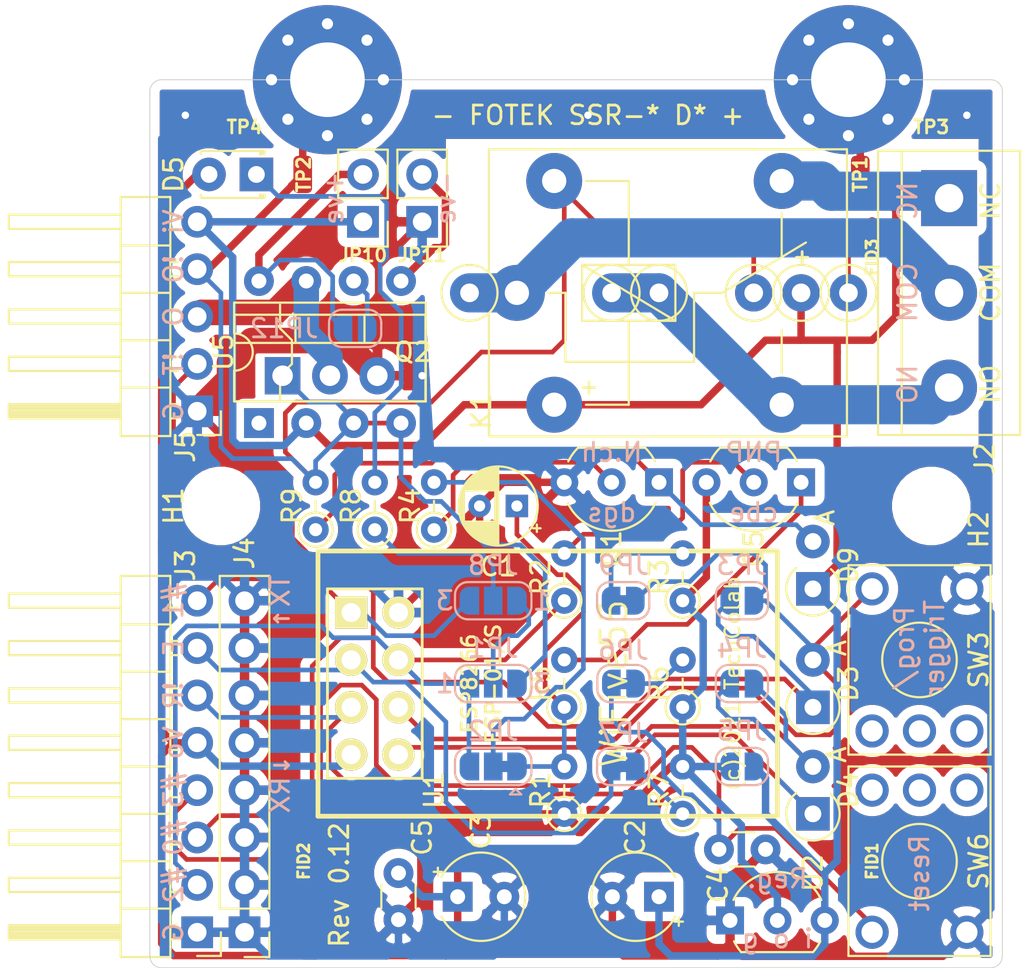
<source format=kicad_pcb>
(kicad_pcb (version 20171130) (host pcbnew "(5.1.6-0-10_14)")
  (title_block (title WiFive55) (date 2021-04-16) (rev 0.12) (company "(c)2021 Phill Rogers @ TechColab.co.je"))
  (layers (0 F.Cu signal) (31 B.Cu signal) (34 B.Paste user) (35 F.Paste user) (36 B.SilkS user) (37 F.SilkS user) (38 B.Mask user) (39 F.Mask user) (44 Edge.Cuts user))
  (net 0 "")
  (net 1 +3V3)
  (net 2 GND)
  (net 3 "Net-(C1-Pad1)")
  (net 4 /GPIO1)
  (net 5 /GPIO2)
  (net 6 +VDC)
  (net 7 /!RESET)
  (net 8 /ENABLE)
  (net 9 /!OUT)
  (net 10 /NC)
  (net 11 "Net-(Q5-Pad2)")
  (net 12 "Net-(JP9-Pad1)")
  (net 13 "Net-(JP2-Pad2)")
  (net 14 "Net-(Q5-Pad1)")
  (net 15 "Net-(JP6-Pad1)")
  (net 16 "Net-(JP7-Pad1)")
  (net 17 "Net-(D5-Pad1)")
  (net 18 "Net-(JP8-Pad2)")
  (net 19 /!TRIGGER)
  (net 20 /GPIO3)
  (net 21 "Net-(JP11-Pad2)")
  (net 22 "Net-(U5-Pad1)")
  (net 23 /NO)
  (net 24 "Net-(JP12-Pad1)")
  (net 25 "Net-(D9-Pad2)")
  (net 26 /OUT)
  (net 27 "Net-(JP1-Pad2)")
  (net 28 "Net-(JP10-Pad2)")
  (net 29 /RX)
  (net 30 /GPIO0)
  (net 31 /COM)
  (net 32 "Net-(Q1-Pad2)")
  (module TestPoint:TestPoint_Loop_D1.80mm_Drill1.0mm_Beaded (layer F.Cu) (at 137.795 59.69)
    (fp_text reference " " (at 0.7 2.5) (layer F.SilkS))
    (fp_text value TestPoint_Loop_D1.80mm_Drill1.0mm_Beaded)
    (pad 1 thru_hole circle (at 0 0) (size 2 2) (drill 1) (layers *.Cu *.Mask))
  )
  (module TestPoint:TestPoint_Loop_D1.80mm_Drill1.0mm_Beaded (layer F.Cu) (at 135.255 59.69)
    (fp_text reference " " (at 0.7 2.5) (layer F.SilkS))
    (fp_text value TestPoint_Loop_D1.80mm_Drill1.0mm_Beaded)
    (pad 1 thru_hole circle (at 0 0) (size 2 2) (drill 1) (layers *.Cu *.Mask))
  )
  (module TestPoint:TestPoint_Loop_D1.80mm_Drill1.0mm_Beaded (layer F.Cu) (at 132.715 59.69)
    (fp_text reference " " (at 0.7 2.5) (layer F.SilkS))
    (fp_text value TestPoint_Loop_D1.80mm_Drill1.0mm_Beaded)
    (pad 1 thru_hole circle (at 0 0) (size 2 2) (drill 1) (layers *.Cu *.Mask))
  )
  (module TestPoint:TestPoint_Loop_D1.80mm_Drill1.0mm_Beaded (layer F.Cu) (at 127.635 59.69)
    (fp_text reference " " (at 0.7 2.5) (layer F.SilkS))
    (fp_text value TestPoint_Loop_D1.80mm_Drill1.0mm_Beaded)
    (pad 1 thru_hole circle (at 0 0) (size 2 2) (drill 1) (layers *.Cu *.Mask))
  )
  (module TestPoint:TestPoint_Loop_D1.80mm_Drill1.0mm_Beaded (layer F.Cu) (at 125.095 59.69)
    (fp_text reference " " (at 0.7 2.5) (layer F.SilkS))
    (fp_text value TestPoint_Loop_D1.80mm_Drill1.0mm_Beaded)
    (pad 1 thru_hole circle (at 0 0) (size 2 2) (drill 1) (layers *.Cu *.Mask))
  )
  (module TestPoint:TestPoint_Loop_D1.80mm_Drill1.0mm_Beaded (layer F.Cu) (at 117.475 59.69)
    (fp_text reference " " (at 0.7 2.5) (layer F.SilkS))
    (fp_text value TestPoint_Loop_D1.80mm_Drill1.0mm_Beaded)
    (pad 1 thru_hole circle (at 0 0) (size 2 2) (drill 1) (layers *.Cu *.Mask))
  )
  (module Capacitor_THT:CP_Radial_Tantal_D4.5mm_P2.50mm (layer F.Cu) (at 116.84 92.075)
    (fp_text reference C3 (at 1.25 -3.5 90) (layer F.SilkS))
    (fp_text value 10)
    (pad 2 thru_hole circle (at 2.5 0) (size 1.6 1.6) (drill 0.8) (layers *.Cu *.Mask) (net 2 GND))
    (pad 1 thru_hole rect (at 0 0) (size 1.6 1.6) (drill 0.8) (layers *.Cu *.Mask) (net 1 +3V3))
  )
  (module Capacitor_THT:CP_Radial_Tantal_D4.5mm_P2.50mm (layer F.Cu) (at 127.635 92.075 180)
    (fp_text reference C2 (at 1.27 3.175 90) (layer F.SilkS))
    (fp_text value 10)
    (pad 2 thru_hole circle (at 2.5 0 180) (size 1.6 1.6) (drill 0.8) (layers *.Cu *.Mask) (net 2 GND))
    (pad 1 thru_hole rect (at 0 0 180) (size 1.6 1.6) (drill 0.8) (layers *.Cu *.Mask) (net 6 +VDC))
  )
  (module Capacitor_THT:CP_Radial_D4.0mm_P2.00mm (layer F.Cu) (at 120.015 71.12 180)
    (fp_text reference C1 (at 1 -3.25) (layer F.SilkS))
    (fp_text value 4.7)
    (pad 2 thru_hole circle (at 2 0 180) (size 1.2 1.2) (drill 0.6) (layers *.Cu *.Mask) (net 2 GND))
    (pad 1 thru_hole rect (at 0 0 180) (size 1.2 1.2) (drill 0.6) (layers *.Cu *.Mask) (net 3 "Net-(C1-Pad1)"))
  )
  (module Resistor_THT:R_Axial_DIN0204_L3.6mm_D1.6mm_P2.54mm_Vertical (layer F.Cu) (at 115.57 72.39 90)
    (fp_text reference R4 (at 1.27 -1.27 90) (layer F.SilkS))
    (fp_text value 200)
    (pad 2 thru_hole oval (at 2.54 0 90) (size 1.4 1.4) (drill 0.7) (layers *.Cu *.Mask) (net 13 "Net-(JP2-Pad2)"))
    (pad 1 thru_hole circle (at 0 0 90) (size 1.4 1.4) (drill 0.7) (layers *.Cu *.Mask) (net 32 "Net-(Q1-Pad2)"))
  )
  (module MountingHole:MountingHole_4mm_Pad_Via (layer F.Cu) (at 137.795 48.26 180)
    (fp_text reference TP3 (at -4.445 -2.54) (layer F.SilkS) (effects (font (size 0.7 0.7))))
    (fp_text value VIN+)
    (pad 1 thru_hole circle (at 2.12132 -2.12132 180) (size 0.9 0.9) (drill 0.6) (layers *.Cu *.Mask) (net 6 +VDC))
    (pad 1 thru_hole circle (at 0 -3 180) (size 0.9 0.9) (drill 0.6) (layers *.Cu *.Mask) (net 6 +VDC))
    (pad 1 thru_hole circle (at -2.12132 -2.12132 180) (size 0.9 0.9) (drill 0.6) (layers *.Cu *.Mask) (net 6 +VDC))
    (pad 1 thru_hole circle (at -3 0 180) (size 0.9 0.9) (drill 0.6) (layers *.Cu *.Mask) (net 6 +VDC))
    (pad 1 thru_hole circle (at -2.12132 2.12132 180) (size 0.9 0.9) (drill 0.6) (layers *.Cu *.Mask) (net 6 +VDC))
    (pad 1 thru_hole circle (at 0 3 180) (size 0.9 0.9) (drill 0.6) (layers *.Cu *.Mask) (net 6 +VDC))
    (pad 1 thru_hole circle (at 2.12132 2.12132 180) (size 0.9 0.9) (drill 0.6) (layers *.Cu *.Mask) (net 6 +VDC))
    (pad 1 thru_hole circle (at 3 0 180) (size 0.9 0.9) (drill 0.6) (layers *.Cu *.Mask) (net 6 +VDC))
    (pad 1 thru_hole circle (at 0 0 180) (size 8 8) (drill 4) (layers *.Cu *.Mask) (net 6 +VDC))
  )
  (module MountingHole:MountingHole_4mm_Pad_Via (layer F.Cu) (at 109.855 48.26 180)
    (fp_text reference TP4 (at 4.445 -2.54) (layer F.SilkS) (effects (font (size 0.7 0.7))))
    (fp_text value !OUT-)
    (pad 1 thru_hole circle (at 2.12132 -2.12132 180) (size 0.9 0.9) (drill 0.6) (layers *.Cu *.Mask) (net 9 /!OUT))
    (pad 1 thru_hole circle (at 0 -3 180) (size 0.9 0.9) (drill 0.6) (layers *.Cu *.Mask) (net 9 /!OUT))
    (pad 1 thru_hole circle (at -2.12132 -2.12132 180) (size 0.9 0.9) (drill 0.6) (layers *.Cu *.Mask) (net 9 /!OUT))
    (pad 1 thru_hole circle (at -3 0 180) (size 0.9 0.9) (drill 0.6) (layers *.Cu *.Mask) (net 9 /!OUT))
    (pad 1 thru_hole circle (at -2.12132 2.12132 180) (size 0.9 0.9) (drill 0.6) (layers *.Cu *.Mask) (net 9 /!OUT))
    (pad 1 thru_hole circle (at 0 3 180) (size 0.9 0.9) (drill 0.6) (layers *.Cu *.Mask) (net 9 /!OUT))
    (pad 1 thru_hole circle (at 2.12132 2.12132 180) (size 0.9 0.9) (drill 0.6) (layers *.Cu *.Mask) (net 9 /!OUT))
    (pad 1 thru_hole circle (at 3 0 180) (size 0.9 0.9) (drill 0.6) (layers *.Cu *.Mask) (net 9 /!OUT))
    (pad 1 thru_hole circle (at 0 0 180) (size 8 8) (drill 4) (layers *.Cu *.Mask) (net 9 /!OUT))
  )
  (module Connector_Wire:SolderWirePad_1x01_SMD_1x2mm (layer F.Cu) (at 108.585 53.34 180)
    (fp_text reference TP2 (at 0 0 270) (layer F.SilkS) (effects (font (size 0.7 0.7))))
    (fp_text value !OUT-)
    (pad 1 smd roundrect (at 0.055 0 180) (size 1 2) (layers F.Cu F.Paste F.Mask) (net 9 /!OUT))
  )
  (module Connector_Wire:SolderWirePad_1x01_SMD_1x2mm (layer F.Cu) (at 138.43 53.34 180)
    (fp_text reference TP1 (at 0 0 270) (layer F.SilkS) (effects (font (size 0.7 0.7))))
    (fp_text value VIN+)
    (pad 1 smd roundrect (at 0 0 180) (size 1 2) (layers F.Cu F.Paste F.Mask) (net 6 +VDC))
  )
  (module Package_TO_SOT_THT:TO-220-3_Vertical (layer F.Cu) (at 107.45 64.135)
    (fp_text reference Q2 (at 6.985 -1.27) (layer F.SilkS))
    (fp_text value IRF540N)
    (pad 3 thru_hole oval (at 5.08 0) (size 1.905 2) (drill 1.1) (layers *.Cu *.Mask) (net 2 GND))
    (pad 2 thru_hole oval (at 2.54 0) (size 1.905 2) (drill 1.1) (layers *.Cu *.Mask) (net 26 /OUT))
    (pad 1 thru_hole rect (at 0 0) (size 1.905 2) (drill 1.1) (layers *.Cu *.Mask) (net 9 /!OUT))
  )
  (module Package_TO_SOT_THT:TO-92_Inline_Wide (layer F.Cu) (at 135.255 69.85 180)
    (fp_text reference Q5 (at 2.54 -3.56 90) (layer F.SilkS))
    (fp_text value BC557)
    (pad 1 thru_hole rect (at 0 0 270) (size 1.5 1.5) (drill 0.8) (layers *.Cu *.Mask) (net 14 "Net-(Q5-Pad1)"))
    (pad 3 thru_hole circle (at 5.08 0 270) (size 1.5 1.5) (drill 0.8) (layers *.Cu *.Mask) (net 1 +3V3))
    (pad 2 thru_hole circle (at 2.54 0 270) (size 1.5 1.5) (drill 0.8) (layers *.Cu *.Mask) (net 11 "Net-(Q5-Pad2)"))
  )
  (module Package_TO_SOT_THT:TO-92_Inline_Wide (layer F.Cu) (at 127.635 69.85 180)
    (fp_text reference Q1 (at 2.54 -3.56 90) (layer F.SilkS))
    (fp_text value BS170)
    (pad 1 thru_hole rect (at 0 0 270) (size 1.5 1.5) (drill 0.8) (layers *.Cu *.Mask) (net 25 "Net-(D9-Pad2)"))
    (pad 3 thru_hole circle (at 5.08 0 270) (size 1.5 1.5) (drill 0.8) (layers *.Cu *.Mask) (net 2 GND))
    (pad 2 thru_hole circle (at 2.54 0 270) (size 1.5 1.5) (drill 0.8) (layers *.Cu *.Mask) (net 32 "Net-(Q1-Pad2)"))
  )
  (module Jumper:SolderJumper-2_P1.3mm_Open_RoundedPad1.0x1.5mm (layer B.Cu) (at 111.34 61.595 180)
    (fp_text reference JP12 (at 3.81 0 180) (layer B.SilkS) (effects (justify mirror)))
    (fp_text value 6-pin)
    (pad 2 smd custom (at 0.65 0 180) (size 1 0.5) (layers B.Cu B.Mask) (net 28 "Net-(JP10-Pad2)") (options (clearance outline) (anchor rect)) (primitives (gr_circle (center 0 -0.25) (end 0.5 -0.25) (width 0)) (gr_circle (center 0 0.25) (end 0.5 0.25) (width 0)) (gr_poly (pts (xy 0 0.75) (xy -0.5 0.75) (xy -0.5 -0.75) (xy 0 -0.75)) (width 0))))
    (pad 1 smd custom (at -0.65 0 180) (size 1 0.5) (layers B.Cu B.Mask) (net 24 "Net-(JP12-Pad1)") (options (clearance outline) (anchor rect)) (primitives (gr_circle (center 0 -0.25) (end 0.5 -0.25) (width 0)) (gr_circle (center 0 0.25) (end 0.5 0.25) (width 0)) (gr_poly (pts (xy 0 0.75) (xy 0.5 0.75) (xy 0.5 -0.75) (xy 0 -0.75)) (width 0))))
  )
  (module Connector_PinHeader_2.54mm:PinHeader_1x02_P2.54mm_Vertical (layer F.Cu) (at 111.76 55.88 180)
    (fp_text reference JP10 (at 0 -1.785 180) (layer F.SilkS) (effects (font (size 0.7 0.7))))
    (fp_text value Vin)
    (pad 2 thru_hole oval (at 0 2.54 180) (size 1.7 1.7) (drill 1) (layers *.Cu *.Mask) (net 28 "Net-(JP10-Pad2)"))
    (pad 1 thru_hole rect (at 0 0 180) (size 1.7 1.7) (drill 1) (layers *.Cu *.Mask) (net 6 +VDC))
  )
  (module Connector_PinHeader_2.54mm:PinHeader_1x02_P2.54mm_Vertical (layer F.Cu) (at 114.935 55.88 180)
    (fp_text reference JP11 (at 0 -1.785 180) (layer F.SilkS) (effects (font (size 0.7 0.7))))
    (fp_text value GND)
    (pad 2 thru_hole oval (at 0 2.54 180) (size 1.7 1.7) (drill 1) (layers *.Cu *.Mask) (net 21 "Net-(JP11-Pad2)"))
    (pad 1 thru_hole rect (at 0 0 180) (size 1.7 1.7) (drill 1) (layers *.Cu *.Mask) (net 2 GND))
  )
  (module Resistor_THT:R_Axial_DIN0204_L3.6mm_D1.6mm_P2.54mm_Vertical (layer F.Cu) (at 122.555 87.63 90)
    (fp_text reference R1 (at 1.27 -1.27 90) (layer F.SilkS))
    (fp_text value 51k)
    (pad 2 thru_hole oval (at 2.54 0 90) (size 1.4 1.4) (drill 0.7) (layers *.Cu *.Mask) (net 3 "Net-(C1-Pad1)"))
    (pad 1 thru_hole circle (at 0 0 90) (size 1.4 1.4) (drill 0.7) (layers *.Cu *.Mask) (net 2 GND))
  )
  (module Resistor_THT:R_Axial_DIN0204_L3.6mm_D1.6mm_P2.54mm_Vertical (layer F.Cu) (at 122.555 76.2 90)
    (fp_text reference R2 (at 1.27 -1.27 90) (layer F.SilkS))
    (fp_text value 10k)
    (pad 2 thru_hole oval (at 2.54 0 90) (size 1.4 1.4) (drill 0.7) (layers *.Cu *.Mask) (net 11 "Net-(Q5-Pad2)"))
    (pad 1 thru_hole circle (at 0 0 90) (size 1.4 1.4) (drill 0.7) (layers *.Cu *.Mask) (net 5 /GPIO2))
  )
  (module Resistor_THT:R_Axial_DIN0204_L3.6mm_D1.6mm_P2.54mm_Vertical (layer F.Cu) (at 128.905 76.2 90)
    (fp_text reference R3 (at 1.27 -1.27 90) (layer F.SilkS))
    (fp_text value 10k)
    (pad 2 thru_hole oval (at 2.54 0 90) (size 1.4 1.4) (drill 0.7) (layers *.Cu *.Mask) (net 12 "Net-(JP9-Pad1)"))
    (pad 1 thru_hole circle (at 0 0 90) (size 1.4 1.4) (drill 0.7) (layers *.Cu *.Mask) (net 1 +3V3))
  )
  (module Resistor_THT:R_Axial_DIN0204_L3.6mm_D1.6mm_P2.54mm_Vertical (layer F.Cu) (at 128.905 81.915 90)
    (fp_text reference R6 (at 1.27 -1.27 90) (layer F.SilkS))
    (fp_text value 10k)
    (pad 2 thru_hole oval (at 2.54 0 90) (size 1.4 1.4) (drill 0.7) (layers *.Cu *.Mask) (net 15 "Net-(JP6-Pad1)"))
    (pad 1 thru_hole circle (at 0 0 90) (size 1.4 1.4) (drill 0.7) (layers *.Cu *.Mask) (net 1 +3V3))
  )
  (module Resistor_THT:R_Axial_DIN0204_L3.6mm_D1.6mm_P2.54mm_Vertical (layer F.Cu) (at 128.905 87.63 90)
    (fp_text reference R7 (at 1.27 -1.27 90) (layer F.SilkS))
    (fp_text value 10k)
    (pad 2 thru_hole oval (at 2.54 0 90) (size 1.4 1.4) (drill 0.7) (layers *.Cu *.Mask) (net 1 +3V3))
    (pad 1 thru_hole circle (at 0 0 90) (size 1.4 1.4) (drill 0.7) (layers *.Cu *.Mask) (net 16 "Net-(JP7-Pad1)"))
  )
  (module Resistor_THT:R_Axial_DIN0204_L3.6mm_D1.6mm_P2.54mm_Vertical (layer F.Cu) (at 112.395 72.39 90)
    (fp_text reference R8 (at 1.27 -1.27 90) (layer F.SilkS))
    (fp_text value 470)
    (pad 2 thru_hole oval (at 2.54 0 90) (size 1.4 1.4) (drill 0.7) (layers *.Cu *.Mask) (net 17 "Net-(D5-Pad1)"))
    (pad 1 thru_hole circle (at 0 0 90) (size 1.4 1.4) (drill 0.7) (layers *.Cu *.Mask) (net 18 "Net-(JP8-Pad2)"))
  )
  (module Resistor_THT:R_Axial_DIN0204_L3.6mm_D1.6mm_P2.54mm_Vertical (layer F.Cu) (at 122.555 81.915 90)
    (fp_text reference R5 (at 1.27 -1.27 90) (layer F.SilkS))
    (fp_text value 8k2)
    (pad 2 thru_hole oval (at 2.54 0 90) (size 1.4 1.4) (drill 0.7) (layers *.Cu *.Mask) (net 14 "Net-(Q5-Pad1)"))
    (pad 1 thru_hole circle (at 0 0 90) (size 1.4 1.4) (drill 0.7) (layers *.Cu *.Mask) (net 3 "Net-(C1-Pad1)"))
  )
  (module Resistor_THT:R_Axial_DIN0204_L3.6mm_D1.6mm_P2.54mm_Vertical (layer F.Cu) (at 109.22 72.39 90)
    (fp_text reference R9 (at 1.27 -1.27 90) (layer F.SilkS))
    (fp_text value *)
    (pad 2 thru_hole oval (at 2.54 0 90) (size 1.4 1.4) (drill 0.7) (layers *.Cu *.Mask) (net 9 /!OUT))
    (pad 1 thru_hole circle (at 0 0 90) (size 1.4 1.4) (drill 0.7) (layers *.Cu *.Mask) (net 25 "Net-(D9-Pad2)"))
  )
  (module Jumper:SolderJumper-2_P1.3mm_Bridged_RoundedPad1.0x1.5mm (layer B.Cu) (at 125.715 76.2)
    (fp_text reference JP9 (at 0.015 -1.905) (layer B.SilkS) (effects (justify mirror)))
    (fp_text value Prg)
    (fp_poly (pts (xy 0.25 0.3) (xy -0.25 0.3) (xy -0.25 -0.3) (xy 0.25 -0.3)) (layer B.Cu) (width 0))
    (pad 1 smd custom (at -0.65 0) (size 1 0.5) (layers B.Cu B.Mask) (net 12 "Net-(JP9-Pad1)") (options (clearance outline) (anchor rect)) (primitives (gr_circle (center 0 -0.25) (end 0.5 -0.25) (width 0)) (gr_circle (center 0 0.25) (end 0.5 0.25) (width 0)) (gr_poly (pts (xy 0 0.75) (xy 0.5 0.75) (xy 0.5 -0.75) (xy 0 -0.75)) (width 0))))
    (pad 2 smd custom (at 0.65 0) (size 1 0.5) (layers B.Cu B.Mask) (net 30 /GPIO0) (options (clearance outline) (anchor rect)) (primitives (gr_circle (center 0 -0.25) (end 0.5 -0.25) (width 0)) (gr_circle (center 0 0.25) (end 0.5 0.25) (width 0)) (gr_poly (pts (xy 0 0.75) (xy -0.5 0.75) (xy -0.5 -0.75) (xy 0 -0.75)) (width 0))))
  )
  (module Jumper:SolderJumper-2_P1.3mm_Bridged_RoundedPad1.0x1.5mm (layer B.Cu) (at 125.715 85.09 180)
    (fp_text reference JP7 (at 0 1.8) (layer B.SilkS) (effects (justify mirror)))
    (fp_text value Ena)
    (fp_poly (pts (xy 0.25 0.3) (xy -0.25 0.3) (xy -0.25 -0.3) (xy 0.25 -0.3)) (layer B.Cu) (width 0))
    (pad 1 smd custom (at -0.65 0 180) (size 1 0.5) (layers B.Cu B.Mask) (net 16 "Net-(JP7-Pad1)") (options (clearance outline) (anchor rect)) (primitives (gr_circle (center 0 -0.25) (end 0.5 -0.25) (width 0)) (gr_circle (center 0 0.25) (end 0.5 0.25) (width 0)) (gr_poly (pts (xy 0 0.75) (xy 0.5 0.75) (xy 0.5 -0.75) (xy 0 -0.75)) (width 0))))
    (pad 2 smd custom (at 0.65 0 180) (size 1 0.5) (layers B.Cu B.Mask) (net 8 /ENABLE) (options (clearance outline) (anchor rect)) (primitives (gr_circle (center 0 -0.25) (end 0.5 -0.25) (width 0)) (gr_circle (center 0 0.25) (end 0.5 0.25) (width 0)) (gr_poly (pts (xy 0 0.75) (xy -0.5 0.75) (xy -0.5 -0.75) (xy 0 -0.75)) (width 0))))
  )
  (module Jumper:SolderJumper-2_P1.3mm_Bridged_RoundedPad1.0x1.5mm (layer B.Cu) (at 125.73 80.645 180)
    (fp_text reference JP6 (at 0 1.8) (layer B.SilkS) (effects (justify mirror)))
    (fp_text value Rst)
    (fp_poly (pts (xy 0.25 0.3) (xy -0.25 0.3) (xy -0.25 -0.3) (xy 0.25 -0.3)) (layer B.Cu) (width 0))
    (pad 1 smd custom (at -0.65 0 180) (size 1 0.5) (layers B.Cu B.Mask) (net 15 "Net-(JP6-Pad1)") (options (clearance outline) (anchor rect)) (primitives (gr_circle (center 0 -0.25) (end 0.5 -0.25) (width 0)) (gr_circle (center 0 0.25) (end 0.5 0.25) (width 0)) (gr_poly (pts (xy 0 0.75) (xy 0.5 0.75) (xy 0.5 -0.75) (xy 0 -0.75)) (width 0))))
    (pad 2 smd custom (at 0.65 0 180) (size 1 0.5) (layers B.Cu B.Mask) (net 7 /!RESET) (options (clearance outline) (anchor rect)) (primitives (gr_circle (center 0 -0.25) (end 0.5 -0.25) (width 0)) (gr_circle (center 0 0.25) (end 0.5 0.25) (width 0)) (gr_poly (pts (xy 0 0.75) (xy -0.5 0.75) (xy -0.5 -0.75) (xy 0 -0.75)) (width 0))))
  )
  (module Fiducial:Fiducial_0.5mm_Mask1mm (layer F.Cu) (at 139.065 55.88 90)
    (fp_text reference FID3 (at -1.905 0 270) (layer F.SilkS) (effects (font (size 0.6 0.6))))
    (fp_text value Fiducial)
    (pad "" smd circle (at 0 0 90) (size 0.5 0.5) (layers F.Cu F.Mask) (clearance 0.25))
  )
  (module Fiducial:Fiducial_0.5mm_Mask1mm (layer F.Cu) (at 108.585 92.075 90)
    (fp_text reference FID2 (at 1.905 0 90) (layer F.SilkS) (effects (font (size 0.6 0.6))))
    (fp_text value Fiducial)
    (pad "" smd circle (at 0 0 90) (size 0.5 0.5) (layers F.Cu F.Mask) (clearance 0.25))
  )
  (module Fiducial:Fiducial_0.5mm_Mask1mm (layer F.Cu) (at 139.065 92.075 90)
    (fp_text reference FID1 (at 1.905 0 90) (layer F.SilkS) (effects (font (size 0.6 0.6))))
    (fp_text value Fiducial)
    (pad "" smd circle (at 0 0 90) (size 0.5 0.5) (layers F.Cu F.Mask) (clearance 0.25))
  )
  (module Package_TO_SOT_THT:TO-92L_Inline_Wide (layer F.Cu) (at 131.445 93.345)
    (fp_text reference U2 (at 4.445 -2.54 90) (layer F.SilkS))
    (fp_text value "3.3Vdc 1A reg")
    (pad 1 thru_hole rect (at 0 0 90) (size 1.5 1.5) (drill 0.8) (layers *.Cu *.Mask) (net 2 GND))
    (pad 3 thru_hole circle (at 5.08 0 90) (size 1.5 1.5) (drill 0.8) (layers *.Cu *.Mask) (net 6 +VDC))
    (pad 2 thru_hole circle (at 2.54 0 90) (size 1.5 1.5) (drill 0.8) (layers *.Cu *.Mask) (net 1 +3V3))
  )
  (module Jumper:SolderJumper-2_P1.3mm_Open_RoundedPad1.0x1.5mm (layer B.Cu) (at 132.08 80.645)
    (fp_text reference JP4 (at 0 -1.905 180) (layer B.SilkS) (effects (justify mirror)))
    (fp_text value "Schottky bypass")
    (pad 2 smd custom (at 0.65 0) (size 1 0.5) (layers B.Cu B.Mask) (net 20 /GPIO3) (options (clearance outline) (anchor rect)) (primitives (gr_circle (center 0 -0.25) (end 0.5 -0.25) (width 0)) (gr_circle (center 0 0.25) (end 0.5 0.25) (width 0)) (gr_poly (pts (xy 0 0.75) (xy -0.5 0.75) (xy -0.5 -0.75) (xy 0 -0.75)) (width 0))))
    (pad 1 smd custom (at -0.65 0) (size 1 0.5) (layers B.Cu B.Mask) (net 29 /RX) (options (clearance outline) (anchor rect)) (primitives (gr_circle (center 0 -0.25) (end 0.5 -0.25) (width 0)) (gr_circle (center 0 0.25) (end 0.5 0.25) (width 0)) (gr_poly (pts (xy 0 0.75) (xy 0.5 0.75) (xy 0.5 -0.75) (xy 0 -0.75)) (width 0))))
  )
  (module Jumper:SolderJumper-2_P1.3mm_Open_RoundedPad1.0x1.5mm (layer B.Cu) (at 132.08 76.2)
    (fp_text reference JP3 (at 0 -1.905 180) (layer B.SilkS) (effects (justify mirror)))
    (fp_text value "Schottky bypass")
    (pad 2 smd custom (at 0.65 0) (size 1 0.5) (layers B.Cu B.Mask) (net 30 /GPIO0) (options (clearance outline) (anchor rect)) (primitives (gr_circle (center 0 -0.25) (end 0.5 -0.25) (width 0)) (gr_circle (center 0 0.25) (end 0.5 0.25) (width 0)) (gr_poly (pts (xy 0 0.75) (xy -0.5 0.75) (xy -0.5 -0.75) (xy 0 -0.75)) (width 0))))
    (pad 1 smd custom (at -0.65 0) (size 1 0.5) (layers B.Cu B.Mask) (net 19 /!TRIGGER) (options (clearance outline) (anchor rect)) (primitives (gr_circle (center 0 -0.25) (end 0.5 -0.25) (width 0)) (gr_circle (center 0 0.25) (end 0.5 0.25) (width 0)) (gr_poly (pts (xy 0 0.75) (xy 0.5 0.75) (xy 0.5 -0.75) (xy 0 -0.75)) (width 0))))
  )
  (module Connector_PinHeader_2.54mm:PinHeader_1x08_P2.54mm_Vertical (layer F.Cu) (at 105.41 93.98 180)
    (fp_text reference J4 (at 0 20.32 270) (layer F.SilkS))
    (fp_text value Grounds)
    (pad 8 thru_hole oval (at 0 17.78 180) (size 1.7 1.7) (drill 1) (layers *.Cu *.Mask) (net 2 GND))
    (pad 7 thru_hole oval (at 0 15.24 180) (size 1.7 1.7) (drill 1) (layers *.Cu *.Mask) (net 2 GND))
    (pad 6 thru_hole oval (at 0 12.7 180) (size 1.7 1.7) (drill 1) (layers *.Cu *.Mask) (net 2 GND))
    (pad 5 thru_hole oval (at 0 10.16 180) (size 1.7 1.7) (drill 1) (layers *.Cu *.Mask) (net 2 GND))
    (pad 4 thru_hole oval (at 0 7.62 180) (size 1.7 1.7) (drill 1) (layers *.Cu *.Mask) (net 2 GND))
    (pad 3 thru_hole oval (at 0 5.08 180) (size 1.7 1.7) (drill 1) (layers *.Cu *.Mask) (net 2 GND))
    (pad 2 thru_hole oval (at 0 2.54 180) (size 1.7 1.7) (drill 1) (layers *.Cu *.Mask) (net 2 GND))
    (pad 1 thru_hole rect (at 0 0 180) (size 1.7 1.7) (drill 1) (layers *.Cu *.Mask) (net 2 GND))
  )
  (module Connector_PinHeader_2.54mm:PinHeader_1x08_P2.54mm_Horizontal (layer F.Cu) (at 102.87 93.98 180)
    (fp_text reference J3 (at 0.635 19.685 270) (layer F.SilkS))
    (fp_text value Breadboard)
    (pad 8 thru_hole oval (at 0 17.78 180) (size 1.7 1.7) (drill 1) (layers *.Cu *.Mask) (net 4 /GPIO1))
    (pad 7 thru_hole oval (at 0 15.24 180) (size 1.7 1.7) (drill 1) (layers *.Cu *.Mask) (net 8 /ENABLE))
    (pad 6 thru_hole oval (at 0 12.7 180) (size 1.7 1.7) (drill 1) (layers *.Cu *.Mask) (net 7 /!RESET))
    (pad 5 thru_hole oval (at 0 10.16 180) (size 1.7 1.7) (drill 1) (layers *.Cu *.Mask) (net 1 +3V3))
    (pad 4 thru_hole oval (at 0 7.62 180) (size 1.7 1.7) (drill 1) (layers *.Cu *.Mask) (net 29 /RX))
    (pad 3 thru_hole oval (at 0 5.08 180) (size 1.7 1.7) (drill 1) (layers *.Cu *.Mask) (net 19 /!TRIGGER))
    (pad 2 thru_hole oval (at 0 2.54 180) (size 1.7 1.7) (drill 1) (layers *.Cu *.Mask) (net 5 /GPIO2))
    (pad 1 thru_hole rect (at 0 0 180) (size 1.7 1.7) (drill 1) (layers *.Cu *.Mask) (net 2 GND))
  )
  (module Connector_PinHeader_2.54mm:PinHeader_1x05_P2.54mm_Horizontal (layer F.Cu) (at 102.87 66.04 180)
    (fp_text reference J5 (at 0.635 -1.905 270) (layer F.SilkS))
    (fp_text value 555-esque)
    (pad 5 thru_hole oval (at 0 10.16 180) (size 1.7 1.7) (drill 1) (layers *.Cu *.Mask) (net 6 +VDC))
    (pad 4 thru_hole oval (at 0 7.62 180) (size 1.7 1.7) (drill 1) (layers *.Cu *.Mask) (net 9 /!OUT))
    (pad 3 thru_hole oval (at 0 5.08 180) (size 1.7 1.7) (drill 1) (layers *.Cu *.Mask) (net 26 /OUT))
    (pad 2 thru_hole oval (at 0 2.54 180) (size 1.7 1.7) (drill 1) (layers *.Cu *.Mask) (net 19 /!TRIGGER))
    (pad 1 thru_hole rect (at 0 0 180) (size 1.7 1.7) (drill 1) (layers *.Cu *.Mask) (net 2 GND))
  )
  (module ESP8266:ESP-01 (layer F.Cu) (at 111.125 76.835)
    (fp_text reference U1 (at 4.445 9.525 270) (layer F.SilkS))
    (fp_text value ESP-01/S)
    (pad 4 thru_hole oval (at 2.54 7.62) (size 1.7272 1.7272) (drill 1.016) (layers *.Cu *.Mask F.SilkS) (net 20 /GPIO3))
    (pad 5 thru_hole oval (at 0 7.62) (size 1.7272 1.7272) (drill 1.016) (layers *.Cu *.Mask F.SilkS) (net 1 +3V3))
    (pad 3 thru_hole oval (at 2.54 5.08) (size 1.7272 1.7272) (drill 1.016) (layers *.Cu *.Mask F.SilkS) (net 30 /GPIO0))
    (pad 6 thru_hole oval (at 0 5.08) (size 1.7272 1.7272) (drill 1.016) (layers *.Cu *.Mask F.SilkS) (net 7 /!RESET))
    (pad 2 thru_hole oval (at 2.54 2.54) (size 1.7272 1.7272) (drill 1.016) (layers *.Cu *.Mask F.SilkS) (net 5 /GPIO2))
    (pad 7 thru_hole oval (at 0 2.54) (size 1.7272 1.7272) (drill 1.016) (layers *.Cu *.Mask F.SilkS) (net 8 /ENABLE))
    (pad 1 thru_hole oval (at 2.54 0) (size 1.7272 1.7272) (drill 1.016) (layers *.Cu *.Mask F.SilkS) (net 2 GND))
    (pad 8 thru_hole rect (at 0 0) (size 1.7272 1.7272) (drill 1.016) (layers *.Cu *.Mask F.SilkS) (net 4 /GPIO1))
  )
  (module MountingHole:MountingHole_3.2mm_M3 (layer F.Cu) (at 142.24 71.12 90)
    (fp_text reference H2 (at -1.27 2.54 90) (layer F.SilkS))
    (fp_text value MountingHole)
    (pad 1 np_thru_hole circle (at 0 0 90) (size 3.2 3.2) (drill 3.2) (layers *.Cu *.Mask))
  )
  (module MountingHole:MountingHole_3.2mm_M3 (layer F.Cu) (at 104.14 71.12 90)
    (fp_text reference H1 (at 0 -2.54 90) (layer F.SilkS))
    (fp_text value MountingHole)
    (pad 1 np_thru_hole circle (at 0 0 90) (size 3.2 3.2) (drill 3.2) (layers *.Cu *.Mask))
  )
  (module Capacitor_THT:C_Disc_D3.0mm_W1.6mm_P2.50mm (layer F.Cu) (at 113.665 90.805 270)
    (fp_text reference C5 (at -1.905 -1.27 90) (layer F.SilkS))
    (fp_text value 0.1)
    (pad 2 thru_hole circle (at 2.5 0 270) (size 1.6 1.6) (drill 0.8) (layers *.Cu *.Mask) (net 2 GND))
    (pad 1 thru_hole circle (at 0 0 270) (size 1.6 1.6) (drill 0.8) (layers *.Cu *.Mask) (net 1 +3V3))
  )
  (module Package_DIP:DIP-8_W7.62mm (layer F.Cu) (at 106.18 66.675 90)
    (fp_text reference U5 (at 3.81 -1.905 90) (layer F.SilkS))
    (fp_text value TLP250)
    (pad 8 thru_hole oval (at 7.62 0 90) (size 1.6 1.6) (drill 0.8) (layers *.Cu *.Mask) (net 28 "Net-(JP10-Pad2)"))
    (pad 4 thru_hole oval (at 0 7.62 90) (size 1.6 1.6) (drill 0.8) (layers *.Cu *.Mask) (net 9 /!OUT))
    (pad 7 thru_hole oval (at 7.62 2.54 90) (size 1.6 1.6) (drill 0.8) (layers *.Cu *.Mask) (net 26 /OUT))
    (pad 3 thru_hole oval (at 0 5.08 90) (size 1.6 1.6) (drill 0.8) (layers *.Cu *.Mask) (net 9 /!OUT))
    (pad 6 thru_hole oval (at 7.62 5.08 90) (size 1.6 1.6) (drill 0.8) (layers *.Cu *.Mask) (net 24 "Net-(JP12-Pad1)"))
    (pad 2 thru_hole oval (at 0 2.54 90) (size 1.6 1.6) (drill 0.8) (layers *.Cu *.Mask) (net 6 +VDC))
    (pad 5 thru_hole oval (at 7.62 7.62 90) (size 1.6 1.6) (drill 0.8) (layers *.Cu *.Mask) (net 21 "Net-(JP11-Pad2)"))
    (pad 1 thru_hole rect (at 0 0 90) (size 1.6 1.6) (drill 0.8) (layers *.Cu *.Mask) (net 22 "Net-(U5-Pad1)"))
  )
  (module Jumper:SolderJumper-3_P1.3mm_Bridged12_RoundedPad1.0x1.5mm (layer B.Cu) (at 118.745 85.09 180)
    (fp_text reference JP2 (at 0 1.905 180) (layer B.SilkS) (effects (justify mirror)))
    (fp_text value RC_bypass)
    (fp_poly (pts (xy -0.9 0.3) (xy -0.4 0.3) (xy -0.4 -0.3) (xy -0.9 -0.3)) (layer B.Cu) (width 0))
    (pad 1 smd custom (at -1.3 0 180) (size 1 0.5) (layers B.Cu B.Mask) (net 3 "Net-(C1-Pad1)") (options (clearance outline) (anchor rect)) (primitives (gr_circle (center 0 -0.25) (end 0.5 -0.25) (width 0)) (gr_circle (center 0 0.25) (end 0.5 0.25) (width 0)) (gr_poly (pts (xy 0.55 0.75) (xy 0 0.75) (xy 0 -0.75) (xy 0.55 -0.75)) (width 0))))
    (pad 2 smd rect (at 0 0 180) (size 1 1.5) (layers B.Cu B.Mask) (net 13 "Net-(JP2-Pad2)"))
    (pad 3 smd custom (at 1.3 0 180) (size 1 0.5) (layers B.Cu B.Mask) (net 5 /GPIO2) (options (clearance outline) (anchor rect)) (primitives (gr_circle (center 0 -0.25) (end 0.5 -0.25) (width 0)) (gr_circle (center 0 0.25) (end 0.5 0.25) (width 0)) (gr_poly (pts (xy -0.55 0.75) (xy 0 0.75) (xy 0 -0.75) (xy -0.55 -0.75)) (width 0))))
  )
  (module LED_THT:LED_D1.8mm_W3.3mm_H2.4mm (layer F.Cu) (at 106.045 53.34 180)
    (fp_text reference D5 (at 4.445 0 270) (layer F.SilkS))
    (fp_text value LED)
    (pad 2 thru_hole circle (at 2.54 0 180) (size 1.8 1.8) (drill 0.9) (layers *.Cu *.Mask) (net 1 +3V3))
    (pad 1 thru_hole rect (at 0 0 180) (size 1.8 1.8) (drill 0.9) (layers *.Cu *.Mask) (net 17 "Net-(D5-Pad1)"))
  )
  (module TerminalBlock:TerminalBlock_bornier-3_P5.08mm (layer F.Cu) (at 143.1925 54.61 270)
    (fp_text reference J2 (at 13.97 -1.905 90) (layer F.SilkS))
    (fp_text value "Switched Output")
    (pad 3 thru_hole circle (at 10.16 0 270) (size 3 3) (drill 1.52) (layers *.Cu *.Mask) (net 23 /NO))
    (pad 2 thru_hole circle (at 5.08 0 270) (size 3 3) (drill 1.52) (layers *.Cu *.Mask) (net 31 /COM))
    (pad 1 thru_hole rect (at 0 0 270) (size 3 3) (drill 1.52) (layers *.Cu *.Mask) (net 10 /NC))
  )
  (module Diode_THT:D_A-405_P2.54mm_Vertical_AnodeUp (layer F.Cu) (at 135.89 75.565 90)
    (fp_text reference D9 (at 1.27 1.905 270) (layer F.SilkS))
    (fp_text value 1N4148)
    (fp_text user A (at 3.81 0.635 90) (layer F.SilkS))
    (pad 2 thru_hole oval (at 2.54 0 90) (size 1.8 1.8) (drill 0.9) (layers *.Cu *.Mask) (net 25 "Net-(D9-Pad2)"))
    (pad 1 thru_hole rect (at 0 0 90) (size 1.8 1.8) (drill 0.9) (layers *.Cu *.Mask) (net 6 +VDC))
  )
  (module Diode_THT:D_A-405_P2.54mm_Vertical_AnodeUp (layer F.Cu) (at 135.89 87.63 90)
    (fp_text reference D4 (at 1.27 1.905 90) (layer F.SilkS))
    (fp_text value "1N5817 Schottky")
    (fp_text user A (at 3.175 1.27 90) (layer F.SilkS))
    (pad 2 thru_hole oval (at 2.54 0 90) (size 1.8 1.8) (drill 0.9) (layers *.Cu *.Mask) (net 20 /GPIO3))
    (pad 1 thru_hole rect (at 0 0 90) (size 1.8 1.8) (drill 0.9) (layers *.Cu *.Mask) (net 29 /RX))
  )
  (module Diode_THT:D_A-405_P2.54mm_Vertical_AnodeUp (layer F.Cu) (at 135.89 81.915 90)
    (fp_text reference D3 (at 1.27 1.905 90) (layer F.SilkS))
    (fp_text value "1N5817 Schottky")
    (fp_text user A (at 3.175 1.27 90) (layer F.SilkS))
    (pad 2 thru_hole oval (at 2.54 0 90) (size 1.8 1.8) (drill 0.9) (layers *.Cu *.Mask) (net 30 /GPIO0))
    (pad 1 thru_hole rect (at 0 0 90) (size 1.8 1.8) (drill 0.9) (layers *.Cu *.Mask) (net 19 /!TRIGGER))
  )
  (module Jumper:SolderJumper-3_P1.3mm_Open_RoundedPad1.0x1.5mm_NumberLabels (layer B.Cu) (at 118.745 80.645)
    (fp_text reference JP1 (at 0 -1.905 180) (layer B.SilkS) (effects (justify mirror)))
    (fp_text value H/L)
    (fp_text user 1 (at -2.6 0 180) (layer B.SilkS) (effects (justify mirror)))
    (fp_text user 3 (at 2.6 0 180) (layer B.SilkS) (effects (justify mirror)))
    (pad 2 smd rect (at 0 0) (size 1 1.5) (layers B.Cu B.Mask) (net 27 "Net-(JP1-Pad2)"))
    (pad 3 smd custom (at 1.3 0) (size 1 0.5) (layers B.Cu B.Mask) (net 9 /!OUT) (options (clearance outline) (anchor rect)) (primitives (gr_circle (center 0 -0.25) (end 0.5 -0.25) (width 0)) (gr_circle (center 0 0.25) (end 0.5 0.25) (width 0)) (gr_poly (pts (xy -0.55 0.75) (xy 0 0.75) (xy 0 -0.75) (xy -0.55 -0.75)) (width 0))))
    (pad 1 smd custom (at -1.3 0) (size 1 0.5) (layers B.Cu B.Mask) (net 5 /GPIO2) (options (clearance outline) (anchor rect)) (primitives (gr_circle (center 0 -0.25) (end 0.5 -0.25) (width 0)) (gr_circle (center 0 0.25) (end 0.5 0.25) (width 0)) (gr_poly (pts (xy 0.55 0.75) (xy 0 0.75) (xy 0 -0.75) (xy 0.55 -0.75)) (width 0))))
  )
  (module Jumper:SolderJumper-3_P1.3mm_Open_RoundedPad1.0x1.5mm_NumberLabels (layer B.Cu) (at 118.745 76.2 180)
    (fp_text reference JP8 (at 0 1.905 180) (layer B.SilkS) (effects (justify mirror)))
    (fp_text value S/-)
    (fp_text user 1 (at -2.6 0 180) (layer B.SilkS) (effects (justify mirror)))
    (fp_text user 3 (at 2.6 0 180) (layer B.SilkS) (effects (justify mirror)))
    (pad 2 smd rect (at 0 0 180) (size 1 1.5) (layers B.Cu B.Mask) (net 18 "Net-(JP8-Pad2)"))
    (pad 3 smd custom (at 1.3 0 180) (size 1 0.5) (layers B.Cu B.Mask) (net 4 /GPIO1) (options (clearance outline) (anchor rect)) (primitives (gr_circle (center 0 -0.25) (end 0.5 -0.25) (width 0)) (gr_circle (center 0 0.25) (end 0.5 0.25) (width 0)) (gr_poly (pts (xy -0.55 0.75) (xy 0 0.75) (xy 0 -0.75) (xy -0.55 -0.75)) (width 0))))
    (pad 1 smd custom (at -1.3 0 180) (size 1 0.5) (layers B.Cu B.Mask) (net 27 "Net-(JP1-Pad2)") (options (clearance outline) (anchor rect)) (primitives (gr_circle (center 0 -0.25) (end 0.5 -0.25) (width 0)) (gr_circle (center 0 0.25) (end 0.5 0.25) (width 0)) (gr_poly (pts (xy 0.55 0.75) (xy 0 0.75) (xy 0 -0.75) (xy 0.55 -0.75)) (width 0))))
  )
  (module Jumper:SolderJumper-2_P1.3mm_Open_RoundedPad1.0x1.5mm (layer B.Cu) (at 132.08 85.09 180)
    (fp_text reference JP5 (at 0 1.905 180) (layer B.SilkS) (effects (justify mirror)))
    (fp_text value Reg?)
    (pad 2 smd custom (at 0.65 0 180) (size 1 0.5) (layers B.Cu B.Mask) (net 1 +3V3) (options (clearance outline) (anchor rect)) (primitives (gr_circle (center 0 -0.25) (end 0.5 -0.25) (width 0)) (gr_circle (center 0 0.25) (end 0.5 0.25) (width 0)) (gr_poly (pts (xy 0 0.75) (xy -0.5 0.75) (xy -0.5 -0.75) (xy 0 -0.75)) (width 0))))
    (pad 1 smd custom (at -0.65 0 180) (size 1 0.5) (layers B.Cu B.Mask) (net 6 +VDC) (options (clearance outline) (anchor rect)) (primitives (gr_circle (center 0 -0.25) (end 0.5 -0.25) (width 0)) (gr_circle (center 0 0.25) (end 0.5 0.25) (width 0)) (gr_poly (pts (xy 0 0.75) (xy 0.5 0.75) (xy 0.5 -0.75) (xy 0 -0.75)) (width 0))))
  )
  (module Button_Switch_THT:KSA_Tactile_SPST (layer F.Cu) (at 144.145 93.98 180)
    (fp_text reference SW6 (at -0.635 3.81 270) (layer F.SilkS))
    (fp_text value RST)
    (pad 5 thru_hole circle (at 0 7.62 180) (size 1.778 1.778) (drill 1.143) (layers *.Cu *.Mask))
    (pad 4 thru_hole circle (at 2.54 7.62 180) (size 1.778 1.778) (drill 1.143) (layers *.Cu *.Mask))
    (pad 3 thru_hole circle (at 5.08 7.62 180) (size 1.778 1.778) (drill 1.143) (layers *.Cu *.Mask))
    (pad 2 thru_hole circle (at 5.08 0 180) (size 1.778 1.778) (drill 1.143) (layers *.Cu *.Mask) (net 7 /!RESET))
    (pad 1 thru_hole circle (at 0 0 180) (size 1.778 1.778) (drill 1.143) (layers *.Cu *.Mask) (net 2 GND))
  )
  (module Button_Switch_THT:KSA_Tactile_SPST (layer F.Cu) (at 139.065 75.565)
    (fp_text reference SW3 (at 5.715 3.81 270) (layer F.SilkS))
    (fp_text value PRG)
    (pad 5 thru_hole circle (at 0 7.62) (size 1.778 1.778) (drill 1.143) (layers *.Cu *.Mask))
    (pad 4 thru_hole circle (at 2.54 7.62) (size 1.778 1.778) (drill 1.143) (layers *.Cu *.Mask))
    (pad 3 thru_hole circle (at 5.08 7.62) (size 1.778 1.778) (drill 1.143) (layers *.Cu *.Mask))
    (pad 2 thru_hole circle (at 5.08 0) (size 1.778 1.778) (drill 1.143) (layers *.Cu *.Mask) (net 2 GND))
    (pad 1 thru_hole circle (at 0 0) (size 1.778 1.778) (drill 1.143) (layers *.Cu *.Mask) (net 30 /GPIO0))
  )
  (module Relay_THT:Relay_SPDT_Finder_36.11 (layer F.Cu) (at 120.015 59.69)
    (fp_text reference K1 (at -1.905 6.35 270) (layer F.SilkS))
    (fp_text value FINDER-36.11)
    (pad 11 thru_hole circle (at 0 0) (size 3 3) (drill 1.3) (layers *.Cu *.Mask) (net 31 /COM))
    (pad A2 thru_hole circle (at 2 -6) (size 3 3) (drill 1.3) (layers *.Cu *.Mask) (net 9 /!OUT))
    (pad 12 thru_hole circle (at 14.2 -6) (size 3 3) (drill 1.3) (layers *.Cu *.Mask) (net 10 /NC))
    (pad 14 thru_hole circle (at 14.2 6) (size 3 3) (drill 1.3) (layers *.Cu *.Mask) (net 23 /NO))
    (pad A1 thru_hole circle (at 2 6) (size 3 3) (drill 1.3) (layers *.Cu *.Mask) (net 6 +VDC))
  )
  (module Capacitor_THT:C_Disc_D3.0mm_W1.6mm_P2.50mm (layer F.Cu) (at 133.35 89.535 180)
    (fp_text reference C4 (at 2.54 -1.905 90) (layer F.SilkS))
    (fp_text value 0.1)
    (pad 2 thru_hole circle (at 2.5 0 180) (size 1.6 1.6) (drill 0.8) (layers *.Cu *.Mask) (net 7 /!RESET))
    (pad 1 thru_hole circle (at 0 0 180) (size 1.6 1.6) (drill 0.8) (layers *.Cu *.Mask) (net 2 GND))
  )
  (gr_text "- FOTEK SSR-* D* +" (at 123.825 50.165) (layer F.SilkS) (effects (font (size 1 1))))
  (gr_text "Reg.\n\ni o g" (at 133.985 92.71) (layer B.SilkS) (effects (font (size 1 1)) (justify mirror)))
  (gr_text + (at 135.255 57.785 -270) (layer F.SilkS) (effects (font (size 0.8 0.8))))
  (gr_text -ve (at 116.205 54.61 -270) (layer B.SilkS) (effects (font (size 1 1)) (justify mirror)))
  (gr_text +ve (at 110.19 54.61 -270) (layer B.SilkS) (effects (font (size 1 1)) (justify mirror)))
  (gr_text + (at 123.825 64.77 -270) (layer F.SilkS) (effects (font (size 0.8 0.8))))
  (gr_line (start 100.965 95.885) (end 145.415 95.885) (layer Edge.Cuts) (width 0.05))
  (gr_arc (start 145.415 95.25) (end 145.415 95.885) (angle -90) (layer Edge.Cuts) (width 0.05))
  (gr_arc (start 100.965 48.895) (end 100.965 48.26) (angle -90) (layer Edge.Cuts) (width 0.05))
  (gr_arc (start 100.965 95.25) (end 100.33 95.25) (angle -90) (layer Edge.Cuts) (width 0.05))
  (gr_arc (start 145.415 48.895) (end 146.05 48.895) (angle -90) (layer Edge.Cuts) (width 0.05))
  (gr_text "N.ch\n\ndgs" (at 125.095 69.85) (layer B.SilkS) (effects (font (size 1 1)) (justify mirror)))
  (gr_text "PNP\n\ncbe" (at 132.715 69.85) (layer B.SilkS) (effects (font (size 1 1)) (justify mirror)))
  (gr_text TX↑ (at 107.315 76.3 -270) (layer B.SilkS) (effects (font (size 1 1)) (justify mirror)))
  (gr_text ↓RX (at 107.315 86 -270) (layer B.SilkS) (effects (font (size 1 1)) (justify mirror)))
  (gr_text Vi (at 101.6 55.88 -270) (layer B.SilkS) (effects (font (size 1 1)) (justify mirror)))
  (gr_text !O (at 101.6 58.42 -270) (layer B.SilkS) (effects (font (size 1 1)) (justify mirror)))
  (gr_text O (at 101.6 60.96 -270) (layer B.SilkS) (effects (font (size 1 1)) (justify mirror)))
  (gr_text !T (at 101.6 63.5 -270) (layer B.SilkS) (effects (font (size 1 1)) (justify mirror)))
  (gr_text G (at 101.6 66.04 -270) (layer B.SilkS) (effects (font (size 1 1)) (justify mirror)))
  (gr_text "#1" (at 101.6 76.2 -270) (layer B.SilkS) (effects (font (size 1 1)) (justify mirror)))
  (gr_text E (at 101.6 78.74 -270) (layer B.SilkS) (effects (font (size 1 1)) (justify mirror)))
  (gr_text !R (at 101.6 81.28 -270) (layer B.SilkS) (effects (font (size 1 1)) (justify mirror)))
  (gr_text Vo (at 101.6 83.82 -270) (layer B.SilkS) (effects (font (size 1 1)) (justify mirror)))
  (gr_text "#3" (at 101.6 86.36 -270) (layer B.SilkS) (effects (font (size 1 1)) (justify mirror)))
  (gr_text "#0" (at 101.6 88.9 -270) (layer B.SilkS) (effects (font (size 1 1)) (justify mirror)))
  (gr_text "#2" (at 101.6 91.44 -270) (layer B.SilkS) (effects (font (size 1 1)) (justify mirror)))
  (gr_text G (at 101.6 93.98 -270) (layer B.SilkS) (effects (font (size 1 1)) (justify mirror)))
  (gr_text "NO   COM   NC" (at 145.415 59.69 -270) (layer F.SilkS) (effects (font (size 1 1))))
  (gr_text "Prog/\nTrigger" (at 141.605 78.74 -270) (layer B.SilkS) (effects (font (size 1 1)) (justify mirror)))
  (gr_text Reset (at 141.605 90.805 -270) (layer B.SilkS) (effects (font (size 1 1)) (justify mirror)))
  (gr_text "NC   COM   NO" (at 140.97 59.69 -270) (layer B.SilkS) (effects (font (size 1 1)) (justify mirror)))
  (gr_text "Rev 0.12" (at 110.49 91.44 -270) (layer F.SilkS) (effects (font (size 1 1))))
  (gr_text "(c)2021 TechColab" (at 131.58 80.645 -270) (layer F.SilkS) (effects (font (size 0.8 0.8) (thickness 0.12))))
  (gr_text WiFive55 (at 125.23 80.645 -270) (layer F.SilkS) (effects (font (size 1.4 1.4))))
  (gr_line (start 107.315 61.595) (end 107.315 60.325) (layer F.SilkS) (width 0.12))
  (gr_line (start 107.95 62.23) (end 107.315 61.595) (layer F.SilkS) (width 0.12))
  (gr_line (start 107.95 63.5) (end 107.95 62.23) (layer F.SilkS) (width 0.12))
  (gr_line (start 107.315 64.135) (end 107.95 63.5) (layer F.SilkS) (width 0.12))
  (gr_line (start 107.315 65.405) (end 107.315 64.135) (layer F.SilkS) (width 0.12))
  (gr_text "ESP8266\nESP-01/S" (at 118.11 80.645 -270) (layer F.SilkS) (effects (font (size 0.8 0.8))))
  (gr_line (start 100.965 48.26) (end 145.415 48.26) (layer Edge.Cuts) (width 0.05))
  (gr_line (start 100.33 95.25) (end 100.33 48.895) (layer Edge.Cuts) (width 0.05))
  (gr_line (start 146.05 48.895) (end 146.05 95.25) (layer Edge.Cuts) (width 0.05))
  (segment (start 131.43 85.09) (end 128.905 85.09) (width 0.4) (layer B.Cu) (net 1))
  (segment (start 128.905 85.09) (end 128.905 81.915) (width 0.4) (layer B.Cu) (net 1))
  (segment (start 130.005001 77.300001) (end 128.905 76.2) (width 0.4) (layer B.Cu) (net 1))
  (segment (start 130.005001 80.814999) (end 130.005001 77.300001) (width 0.4) (layer B.Cu) (net 1))
  (segment (start 128.905 81.915) (end 130.005001 80.814999) (width 0.4) (layer B.Cu) (net 1))
  (segment (start 132.050001 88.235001) (end 132.050001 90.140001) (width 0.4) (layer B.Cu) (net 1))
  (segment (start 128.905 85.09) (end 132.050001 88.235001) (width 0.4) (layer B.Cu) (net 1))
  (segment (start 133.985 92.075) (end 133.985 93.345) (width 0.4) (layer B.Cu) (net 1))
  (segment (start 132.050001 90.140001) (end 133.985 92.075) (width 0.4) (layer B.Cu) (net 1))
  (segment (start 100.965 73.025) (end 100.965 83.185) (width 0.4) (layer F.Cu) (net 1))
  (segment (start 100.965 73.66) (end 100.965 73.025) (width 0.4) (layer F.Cu) (net 1))
  (segment (start 100.965 83.185) (end 101.6 83.82) (width 0.4) (layer F.Cu) (net 1))
  (segment (start 110.509999 85.070001) (end 104.120001 85.070001) (width 0.4) (layer B.Cu) (net 1))
  (segment (start 111.125 84.455) (end 110.509999 85.070001) (width 0.4) (layer B.Cu) (net 1))
  (segment (start 100.965 73.025) (end 100.965 55.245) (width 0.4) (layer F.Cu) (net 1))
  (segment (start 100.965 55.245) (end 102.87 53.34) (width 0.4) (layer F.Cu) (net 1))
  (segment (start 130.175 74.93) (end 128.905 76.2) (width 0.4) (layer F.Cu) (net 1))
  (segment (start 130.175 69.85) (end 130.175 74.93) (width 0.4) (layer F.Cu) (net 1))
  (segment (start 128.27 85.09) (end 128.905 85.09) (width 0.4) (layer F.Cu) (net 1))
  (segment (start 114.935 92.075) (end 113.665 90.805) (width 0.4) (layer B.Cu) (net 1))
  (segment (start 116.84 92.075) (end 114.935 92.075) (width 0.4) (layer B.Cu) (net 1))
  (segment (start 116.84 90.17) (end 117.475 89.535) (width 0.4) (layer F.Cu) (net 1))
  (segment (start 116.84 92.075) (end 116.84 90.17) (width 0.4) (layer F.Cu) (net 1))
  (segment (start 123.825 89.535) (end 128.27 85.09) (width 0.4) (layer F.Cu) (net 1))
  (segment (start 120.65 89.535) (end 123.825 89.535) (width 0.4) (layer F.Cu) (net 1))
  (segment (start 121.285 89.535) (end 120.65 89.535) (width 0.4) (layer F.Cu) (net 1))
  (segment (start 120.65 89.535) (end 117.475 89.535) (width 0.4) (layer F.Cu) (net 1))
  (segment (start 101.6 83.82) (end 102.87 83.82) (width 0.4) (layer F.Cu) (net 1))
  (segment (start 100.965 94.575002) (end 101.619999 95.230001) (width 0.4) (layer F.Cu) (net 1))
  (segment (start 101.619999 95.230001) (end 116.185001 95.230001) (width 0.4) (layer F.Cu) (net 1))
  (segment (start 116.84 94.615) (end 116.84 92.075) (width 0.4) (layer F.Cu) (net 1))
  (segment (start 116.205 95.25) (end 116.84 94.615) (width 0.4) (layer F.Cu) (net 1))
  (segment (start 100.965 84.455) (end 100.965 94.575002) (width 0.4) (layer F.Cu) (net 1))
  (segment (start 116.185001 95.230001) (end 116.205 95.25) (width 0.4) (layer F.Cu) (net 1))
  (segment (start 101.6 83.82) (end 100.965 84.455) (width 0.4) (layer F.Cu) (net 1))
  (segment (start 104.120001 85.070001) (end 102.87 83.82) (width 0.4) (layer B.Cu) (net 1))
  (segment (start 103.505 53.34) (end 102.87 53.34) (width 0.4) (layer F.Cu) (net 1))
  (segment (start 145.434001 76.854001) (end 144.145 75.565) (width 0.4) (layer B.Cu) (net 2))
  (segment (start 113.665 76.835) (end 112.180001 75.350001) (width 0.4) (layer B.Cu) (net 2))
  (segment (start 131.445 94.615) (end 130.81 95.25) (width 0.4) (layer F.Cu) (net 2))
  (segment (start 133.35 89.535) (end 131.445 91.44) (width 0.4) (layer F.Cu) (net 2))
  (segment (start 131.445 91.44) (end 131.445 93.345) (width 0.4) (layer F.Cu) (net 2))
  (segment (start 145.434001 92.690999) (end 144.145 93.98) (width 0.4) (layer B.Cu) (net 2))
  (segment (start 145.434001 76.854001) (end 145.434001 92.690999) (width 0.4) (layer B.Cu) (net 2))
  (segment (start 131.445 94.615) (end 131.445 93.345) (width 0.4) (layer F.Cu) (net 2))
  (segment (start 142.855999 95.269001) (end 132.099001 95.269001) (width 0.4) (layer F.Cu) (net 2))
  (segment (start 132.099001 95.269001) (end 131.445 94.615) (width 0.4) (layer F.Cu) (net 2))
  (segment (start 144.145 93.98) (end 142.855999 95.269001) (width 0.4) (layer F.Cu) (net 2))
  (segment (start 100.965 93.345) (end 101.6 93.98) (width 0.4) (layer B.Cu) (net 2))
  (segment (start 105.41 88.9) (end 105.41 91.44) (width 0.4) (layer B.Cu) (net 2))
  (segment (start 105.41 91.44) (end 105.41 93.98) (width 0.4) (layer B.Cu) (net 2))
  (segment (start 109.22 95.25) (end 106.68 95.25) (width 0.4) (layer B.Cu) (net 2))
  (segment (start 109.22 95.25) (end 108.585 95.25) (width 0.4) (layer B.Cu) (net 2))
  (segment (start 105.41 76.2) (end 105.41 78.74) (width 0.4) (layer F.Cu) (net 2))
  (segment (start 105.41 78.74) (end 105.41 81.28) (width 0.4) (layer F.Cu) (net 2))
  (segment (start 105.41 81.28) (end 105.41 83.82) (width 0.4) (layer F.Cu) (net 2))
  (segment (start 105.41 83.82) (end 105.41 86.36) (width 0.4) (layer F.Cu) (net 2))
  (segment (start 112.180001 75.350001) (end 108.799999 75.350001) (width 0.4) (layer B.Cu) (net 2))
  (segment (start 108.799999 75.350001) (end 106.259999 75.350001) (width 0.4) (layer B.Cu) (net 2))
  (segment (start 108.799999 75.350001) (end 108.164999 75.350001) (width 0.4) (layer B.Cu) (net 2))
  (segment (start 109.22 95.25) (end 113.03 95.25) (width 0.4) (layer B.Cu) (net 2))
  (segment (start 119.285 69.85) (end 122.555 69.85) (width 0.4) (layer F.Cu) (net 2))
  (segment (start 118.015 71.12) (end 119.285 69.85) (width 0.4) (layer F.Cu) (net 2))
  (segment (start 118.015 72.485) (end 116.60002 73.89998) (width 0.4) (layer F.Cu) (net 2))
  (segment (start 118.015 71.12) (end 118.015 72.485) (width 0.4) (layer F.Cu) (net 2))
  (segment (start 116.60002 73.89998) (end 113.665 76.835) (width 0.4) (layer F.Cu) (net 2))
  (segment (start 100.965 74.93) (end 100.965 93.345) (width 0.4) (layer B.Cu) (net 2))
  (segment (start 100.965 67.945) (end 100.965 74.93) (width 0.4) (layer B.Cu) (net 2))
  (segment (start 119.34 92.075) (end 119.34 94.655) (width 0.4) (layer B.Cu) (net 2))
  (segment (start 119.34 94.655) (end 118.745 95.25) (width 0.4) (layer B.Cu) (net 2))
  (segment (start 125.135 92.075) (end 125.135 94.655) (width 0.4) (layer F.Cu) (net 2))
  (segment (start 125.135 94.655) (end 125.73 95.25) (width 0.4) (layer F.Cu) (net 2))
  (segment (start 125.73 95.25) (end 130.81 95.25) (width 0.4) (layer F.Cu) (net 2))
  (segment (start 113.665 94.615) (end 114.3 95.25) (width 0.4) (layer B.Cu) (net 2))
  (segment (start 113.665 93.305) (end 113.665 94.615) (width 0.4) (layer B.Cu) (net 2))
  (segment (start 114.3 95.25) (end 118.745 95.25) (width 0.4) (layer B.Cu) (net 2))
  (segment (start 113.665 94.615) (end 113.03 95.25) (width 0.4) (layer B.Cu) (net 2))
  (segment (start 114.865001 92.104999) (end 114.865001 88.969999) (width 0.4) (layer F.Cu) (net 2))
  (segment (start 113.665 93.305) (end 114.865001 92.104999) (width 0.4) (layer F.Cu) (net 2))
  (segment (start 116.205 87.63) (end 117.475 87.63) (width 0.4) (layer F.Cu) (net 2))
  (segment (start 114.865001 88.969999) (end 116.205 87.63) (width 0.4) (layer F.Cu) (net 2))
  (segment (start 117.475 87.63) (end 117.059998 87.63) (width 0.4) (layer F.Cu) (net 2))
  (segment (start 122.555 87.63) (end 117.475 87.63) (width 0.4) (layer F.Cu) (net 2))
  (segment (start 105.41 93.98) (end 106.68 95.25) (width 0.4) (layer B.Cu) (net 2))
  (segment (start 101.6 93.98) (end 102.87 93.98) (width 0.4) (layer B.Cu) (net 2))
  (segment (start 102.87 93.98) (end 105.41 93.98) (width 0.4) (layer B.Cu) (net 2))
  (segment (start 106.259999 75.350001) (end 105.41 76.2) (width 0.4) (layer B.Cu) (net 2))
  (segment (start 104.14 74.93) (end 105.41 76.2) (width 0.4) (layer B.Cu) (net 2))
  (segment (start 100.965 74.93) (end 104.14 74.93) (width 0.4) (layer B.Cu) (net 2))
  (segment (start 100.965 67.945) (end 102.87 66.04) (width 0.4) (layer B.Cu) (net 2))
  (segment (start 121.285 68.58) (end 122.555 69.85) (width 0.4) (layer B.Cu) (net 2))
  (via (at 144.145 50.165) (size 0.6) (drill 0.4) (layers F.Cu B.Cu) (net 2))
  (via (at 102.235 50.165) (size 0.6) (drill 0.4) (layers F.Cu B.Cu) (net 2))
  (segment (start 102.87 66.04) (end 100.965 64.135) (width 0.4) (layer B.Cu) (net 2))
  (segment (start 100.965 64.135) (end 100.965 51.435) (width 0.4) (layer B.Cu) (net 2))
  (segment (start 100.965 51.435) (end 102.235 50.165) (width 0.4) (layer B.Cu) (net 2))
  (segment (start 116.205 68.58) (end 116.84 68.58) (width 0.4) (layer B.Cu) (net 2))
  (segment (start 116.84 68.58) (end 121.285 68.58) (width 0.4) (layer B.Cu) (net 2))
  (segment (start 115.57 68.58) (end 116.84 68.58) (width 0.4) (layer B.Cu) (net 2))
  (segment (start 115.000001 68.010001) (end 115.57 68.58) (width 0.4) (layer B.Cu) (net 2))
  (segment (start 104.605001 64.304999) (end 102.87 66.04) (width 1.37) (layer F.Cu) (net 2))
  (segment (start 104.605001 63.434497) (end 104.605001 64.304999) (width 1.37) (layer F.Cu) (net 2))
  (segment (start 105.789499 62.249999) (end 104.605001 63.434497) (width 1.37) (layer F.Cu) (net 2))
  (segment (start 110.652135 62.249999) (end 112.53 64.127864) (width 1.37) (layer F.Cu) (net 2))
  (segment (start 107.969999 62.249999) (end 110.652135 62.249999) (width 1.37) (layer F.Cu) (net 2))
  (segment (start 107.969999 62.249999) (end 105.789499 62.249999) (width 1.37) (layer F.Cu) (net 2))
  (segment (start 112.599999 64.065001) (end 112.53 64.135) (width 0.4) (layer F.Cu) (net 2))
  (segment (start 112.599999 58.215001) (end 112.599999 64.065001) (width 0.4) (layer F.Cu) (net 2))
  (segment (start 114.935 55.88) (end 112.599999 58.215001) (width 0.4) (layer F.Cu) (net 2))
  (segment (start 112.53 64.135) (end 114.935 64.135) (width 0.4) (layer F.Cu) (net 2))
  (segment (start 114.935 64.135) (end 114.935 64.135) (width 0.4) (layer F.Cu) (net 2))
  (via (at 114.935 64.135) (size 0.6) (drill 0.4) (layers F.Cu B.Cu) (net 2))
  (segment (start 115.000001 64.200001) (end 114.935 64.135) (width 0.4) (layer B.Cu) (net 2))
  (segment (start 115.000001 68.010001) (end 115.000001 64.200001) (width 0.4) (layer B.Cu) (net 2))
  (segment (start 107.896271 72.863795) (end 107.896271 70.431271) (width 0.4) (layer F.Cu) (net 2))
  (segment (start 108.932456 73.89998) (end 107.896271 72.863795) (width 0.4) (layer F.Cu) (net 2))
  (segment (start 116.60002 73.89998) (end 108.932456 73.89998) (width 0.4) (layer F.Cu) (net 2))
  (segment (start 105.0925 68.2625) (end 105.7275 68.2625) (width 0.4) (layer F.Cu) (net 2))
  (segment (start 102.87 66.04) (end 105.0925 68.2625) (width 0.4) (layer F.Cu) (net 2))
  (segment (start 107.896271 70.431271) (end 105.7275 68.2625) (width 0.4) (layer F.Cu) (net 2))
  (via (at 123.825 50.165) (size 0.6) (drill 0.4) (layers F.Cu B.Cu) (net 2))
  (segment (start 123.580001 76.832997) (end 123.580001 75.707999) (width 0.25) (layer F.Cu) (net 3))
  (segment (start 122.555 81.915) (end 121.529999 80.889999) (width 0.25) (layer F.Cu) (net 3))
  (segment (start 123.580001 75.707999) (end 122.678501 74.806499) (width 0.25) (layer F.Cu) (net 3))
  (segment (start 121.529999 80.889999) (end 121.529999 78.882999) (width 0.25) (layer F.Cu) (net 3))
  (segment (start 121.529999 78.882999) (end 123.580001 76.832997) (width 0.25) (layer F.Cu) (net 3))
  (segment (start 120.045 85.09) (end 122.555 85.09) (width 0.25) (layer B.Cu) (net 3))
  (segment (start 122.555 85.09) (end 122.555 81.915) (width 0.25) (layer B.Cu) (net 3))
  (segment (start 120.015 72.637002) (end 120.015 71.12) (width 0.25) (layer F.Cu) (net 3))
  (segment (start 122.184497 74.806499) (end 120.015 72.637002) (width 0.25) (layer F.Cu) (net 3))
  (segment (start 122.678501 74.806499) (end 122.184497 74.806499) (width 0.25) (layer F.Cu) (net 3))
  (segment (start 117.445 76.2) (end 115.57 78.075) (width 0.25) (layer B.Cu) (net 4))
  (segment (start 111.76141 76.835) (end 111.125 76.835) (width 0.25) (layer B.Cu) (net 4))
  (segment (start 113.00141 78.075) (end 111.76141 76.835) (width 0.25) (layer B.Cu) (net 4))
  (segment (start 115.57 78.075) (end 113.00141 78.075) (width 0.25) (layer B.Cu) (net 4))
  (segment (start 111.125 76.835) (end 109.314999 75.024999) (width 0.25) (layer F.Cu) (net 4))
  (segment (start 104.045001 75.024999) (end 102.87 76.2) (width 0.25) (layer F.Cu) (net 4))
  (segment (start 109.314999 75.024999) (end 104.869999 75.024999) (width 0.25) (layer F.Cu) (net 4))
  (segment (start 104.869999 75.024999) (end 104.045001 75.024999) (width 0.25) (layer F.Cu) (net 4))
  (segment (start 104.869999 75.024999) (end 104.680001 75.024999) (width 0.25) (layer F.Cu) (net 4))
  (segment (start 112.476399 78.186399) (end 113.665 79.375) (width 0.25) (layer B.Cu) (net 5))
  (segment (start 109.529197 77.551399) (end 110.164197 78.186399) (width 0.25) (layer B.Cu) (net 5))
  (segment (start 110.164197 78.186399) (end 112.476399 78.186399) (width 0.25) (layer B.Cu) (net 5))
  (segment (start 114.935 80.645) (end 113.665 79.375) (width 0.25) (layer B.Cu) (net 5))
  (segment (start 117.445 80.645) (end 114.935 80.645) (width 0.25) (layer B.Cu) (net 5))
  (segment (start 117.445 80.645) (end 117.445 85.09) (width 0.25) (layer B.Cu) (net 5))
  (segment (start 122.555 76.2) (end 119.38 79.375) (width 0.25) (layer F.Cu) (net 5))
  (segment (start 119.38 79.375) (end 113.665 79.375) (width 0.25) (layer F.Cu) (net 5))
  (segment (start 104.856399 77.551399) (end 109.529197 77.551399) (width 0.25) (layer B.Cu) (net 5))
  (segment (start 104.224599 77.551399) (end 104.856399 77.551399) (width 0.25) (layer B.Cu) (net 5))
  (segment (start 102.329999 90.899999) (end 102.87 91.44) (width 0.25) (layer B.Cu) (net 5))
  (segment (start 101.694999 78.175999) (end 101.694999 90.264999) (width 0.25) (layer B.Cu) (net 5))
  (segment (start 101.694999 90.264999) (end 102.87 91.44) (width 0.25) (layer B.Cu) (net 5))
  (segment (start 102.319599 77.551399) (end 101.694999 78.175999) (width 0.25) (layer B.Cu) (net 5))
  (segment (start 103.423601 77.551399) (end 102.319599 77.551399) (width 0.25) (layer B.Cu) (net 5))
  (segment (start 102.954599 77.551399) (end 103.423601 77.551399) (width 0.25) (layer B.Cu) (net 5))
  (segment (start 103.423601 77.551399) (end 104.856399 77.551399) (width 0.25) (layer B.Cu) (net 5))
  (segment (start 136.525 90.805) (end 136.525 93.345) (width 0.4) (layer B.Cu) (net 6))
  (segment (start 135.89 75.565) (end 137.190001 76.865001) (width 0.4) (layer B.Cu) (net 6))
  (segment (start 136.525 94.615) (end 135.89 95.25) (width 0.4) (layer B.Cu) (net 6))
  (segment (start 136.525 93.345) (end 136.525 94.615) (width 0.4) (layer B.Cu) (net 6))
  (segment (start 137.190001 90.139999) (end 136.525 90.805) (width 0.4) (layer B.Cu) (net 6))
  (segment (start 137.190001 76.865001) (end 137.190001 90.139999) (width 0.4) (layer B.Cu) (net 6))
  (segment (start 137.190001 74.264999) (end 135.89 75.565) (width 0.4) (layer F.Cu) (net 6))
  (segment (start 137.190001 73.055001) (end 137.190001 74.264999) (width 0.4) (layer F.Cu) (net 6))
  (segment (start 137.190001 73.649001) (end 137.190001 73.055001) (width 0.4) (layer F.Cu) (net 6))
  (segment (start 133.35 85.71) (end 132.73 85.09) (width 0.4) (layer B.Cu) (net 6))
  (segment (start 133.35 87.63) (end 133.35 85.71) (width 0.4) (layer B.Cu) (net 6))
  (segment (start 136.525 90.805) (end 133.35 87.63) (width 0.4) (layer B.Cu) (net 6))
  (segment (start 127.635 92.075) (end 127.635 94.615) (width 0.4) (layer B.Cu) (net 6))
  (segment (start 127.635 94.615) (end 128.27 95.25) (width 0.4) (layer B.Cu) (net 6))
  (segment (start 128.27 95.25) (end 135.89 95.25) (width 0.4) (layer B.Cu) (net 6))
  (segment (start 115.004999 67.875001) (end 110.420001 67.875001) (width 0.4) (layer F.Cu) (net 6))
  (segment (start 117.19 65.69) (end 120.745 65.69) (width 0.4) (layer F.Cu) (net 6))
  (segment (start 115.004999 67.875001) (end 117.19 65.69) (width 0.4) (layer F.Cu) (net 6))
  (segment (start 137.190001 73.055001) (end 137.190001 62.895001) (width 0.4) (layer F.Cu) (net 6))
  (segment (start 137.190001 62.895001) (end 137.190001 62.834999) (width 0.4) (layer F.Cu) (net 6))
  (segment (start 124.81 65.69) (end 126.715 65.69) (width 0.4) (layer F.Cu) (net 6))
  (segment (start 117.825 65.69) (end 124.81 65.69) (width 0.4) (layer F.Cu) (net 6))
  (segment (start 137.190001 62.260001) (end 137.16 62.23) (width 0.4) (layer F.Cu) (net 6))
  (segment (start 137.190001 62.895001) (end 137.190001 62.260001) (width 0.4) (layer F.Cu) (net 6))
  (segment (start 138.43 48.895) (end 138.22001 48.68501) (width 0.4) (layer F.Cu) (net 6))
  (segment (start 138.43 53.34) (end 138.43 48.895) (width 0.4) (layer F.Cu) (net 6))
  (segment (start 135.255 62.23) (end 135.255 59.69) (width 0.4) (layer F.Cu) (net 6))
  (segment (start 135.255 62.23) (end 137.16 62.23) (width 0.4) (layer F.Cu) (net 6))
  (segment (start 129.255 65.69) (end 124.81 65.69) (width 0.4) (layer F.Cu) (net 6))
  (segment (start 133.35 62.23) (end 129.89 65.69) (width 0.4) (layer F.Cu) (net 6))
  (segment (start 129.89 65.69) (end 129.255 65.69) (width 0.4) (layer F.Cu) (net 6))
  (segment (start 135.255 62.23) (end 133.35 62.23) (width 0.4) (layer F.Cu) (net 6))
  (segment (start 137.16 62.23) (end 139.065 62.23) (width 0.4) (layer F.Cu) (net 6))
  (segment (start 139.065 62.23) (end 140.335 60.96) (width 0.4) (layer F.Cu) (net 6))
  (segment (start 138.43 53.34) (end 140.335 55.245) (width 0.4) (layer F.Cu) (net 6))
  (segment (start 140.335 60.96) (end 140.335 55.245) (width 0.4) (layer F.Cu) (net 6))
  (segment (start 109.920001 67.875001) (end 108.72 66.675) (width 0.4) (layer F.Cu) (net 6))
  (segment (start 110.420001 67.875001) (end 109.920001 67.875001) (width 0.4) (layer F.Cu) (net 6))
  (segment (start 105.059999 67.875001) (end 104.775 67.590002) (width 0.4) (layer B.Cu) (net 6))
  (segment (start 107.519999 67.875001) (end 108.72 66.675) (width 0.4) (layer B.Cu) (net 6))
  (segment (start 106.610001 67.875001) (end 107.519999 67.875001) (width 0.4) (layer B.Cu) (net 6))
  (segment (start 106.610001 67.875001) (end 105.059999 67.875001) (width 0.4) (layer B.Cu) (net 6))
  (segment (start 111.76 55.88) (end 102.87 55.88) (width 0.4) (layer B.Cu) (net 6))
  (segment (start 104.775 57.785) (end 102.87 55.88) (width 0.4) (layer B.Cu) (net 6))
  (segment (start 104.775 67.590002) (end 104.775 57.785) (width 0.4) (layer B.Cu) (net 6))
  (segment (start 139.065 94.615) (end 139.065 93.98) (width 0.4) (layer B.Cu) (net 7))
  (segment (start 125.08 80.235364) (end 125.08 80.645) (width 0.25) (layer B.Cu) (net 7))
  (segment (start 110.584999 82.455001) (end 111.125 81.915) (width 0.25) (layer B.Cu) (net 7))
  (segment (start 109.760001 82.455001) (end 110.584999 82.455001) (width 0.25) (layer B.Cu) (net 7))
  (segment (start 109.949999 82.455001) (end 109.760001 82.455001) (width 0.25) (layer B.Cu) (net 7))
  (segment (start 131.975001 88.409999) (end 130.85 89.535) (width 0.25) (layer F.Cu) (net 7))
  (segment (start 133.890001 88.409999) (end 139.065 93.584998) (width 0.25) (layer F.Cu) (net 7))
  (segment (start 139.065 93.584998) (end 139.065 93.98) (width 0.25) (layer F.Cu) (net 7))
  (segment (start 131.975001 88.409999) (end 133.890001 88.409999) (width 0.25) (layer F.Cu) (net 7))
  (segment (start 109.760001 82.455001) (end 106.585001 82.455001) (width 0.25) (layer B.Cu) (net 7))
  (segment (start 106.585001 82.455001) (end 105.950001 82.455001) (width 0.25) (layer B.Cu) (net 7))
  (segment (start 125.08 82.535) (end 125.08 80.645) (width 0.25) (layer B.Cu) (net 7))
  (segment (start 126.936204 83.248796) (end 125.793796 83.248796) (width 0.25) (layer B.Cu) (net 7))
  (segment (start 128.902997 86.604999) (end 127.879999 85.582001) (width 0.25) (layer B.Cu) (net 7))
  (segment (start 127.879999 85.582001) (end 127.879999 84.192591) (width 0.25) (layer B.Cu) (net 7))
  (segment (start 127.879999 84.192591) (end 126.936204 83.248796) (width 0.25) (layer B.Cu) (net 7))
  (segment (start 130.85 89.535) (end 130.85 88.057998) (width 0.25) (layer B.Cu) (net 7))
  (segment (start 129.397001 86.604999) (end 128.902997 86.604999) (width 0.25) (layer B.Cu) (net 7))
  (segment (start 125.793796 83.248796) (end 125.08 82.535) (width 0.25) (layer B.Cu) (net 7))
  (segment (start 130.85 88.057998) (end 129.397001 86.604999) (width 0.25) (layer B.Cu) (net 7))
  (segment (start 128.412999 84.064999) (end 129.397001 84.064999) (width 0.25) (layer F.Cu) (net 7))
  (segment (start 125.912987 86.565011) (end 128.412999 84.064999) (width 0.25) (layer F.Cu) (net 7))
  (segment (start 130.85 85.517998) (end 130.85 89.535) (width 0.25) (layer F.Cu) (net 7))
  (segment (start 109.936399 85.025529) (end 111.475881 86.565011) (width 0.25) (layer F.Cu) (net 7))
  (segment (start 111.475881 86.565011) (end 125.912987 86.565011) (width 0.25) (layer F.Cu) (net 7))
  (segment (start 109.936399 83.103601) (end 109.936399 85.025529) (width 0.25) (layer F.Cu) (net 7))
  (segment (start 129.397001 84.064999) (end 130.85 85.517998) (width 0.25) (layer F.Cu) (net 7))
  (segment (start 111.125 81.915) (end 109.936399 83.103601) (width 0.25) (layer F.Cu) (net 7))
  (segment (start 104.045001 82.455001) (end 102.87 81.28) (width 0.25) (layer B.Cu) (net 7))
  (segment (start 104.869999 82.455001) (end 104.045001 82.455001) (width 0.25) (layer B.Cu) (net 7))
  (segment (start 106.585001 82.455001) (end 104.869999 82.455001) (width 0.25) (layer B.Cu) (net 7))
  (segment (start 104.869999 82.455001) (end 104.680001 82.455001) (width 0.25) (layer B.Cu) (net 7))
  (segment (start 110.584999 79.915001) (end 111.125 79.375) (width 0.25) (layer B.Cu) (net 8))
  (segment (start 112.313601 80.563601) (end 111.125 79.375) (width 0.25) (layer B.Cu) (net 8))
  (segment (start 114.072731 80.563601) (end 112.313601 80.563601) (width 0.25) (layer B.Cu) (net 8))
  (segment (start 117.865001 88.655001) (end 116.205 86.995) (width 0.25) (layer B.Cu) (net 8))
  (segment (start 123.047001 88.655001) (end 117.865001 88.655001) (width 0.25) (layer B.Cu) (net 8))
  (segment (start 116.205 82.69587) (end 114.072731 80.563601) (width 0.25) (layer B.Cu) (net 8))
  (segment (start 116.205 86.995) (end 116.205 82.69587) (width 0.25) (layer B.Cu) (net 8))
  (segment (start 125.065 86.637002) (end 123.047001 88.655001) (width 0.25) (layer B.Cu) (net 8))
  (segment (start 125.065 85.09) (end 125.065 86.637002) (width 0.25) (layer B.Cu) (net 8))
  (segment (start 105.950001 79.915001) (end 106.774999 79.915001) (width 0.25) (layer B.Cu) (net 8))
  (segment (start 106.774999 79.915001) (end 110.584999 79.915001) (width 0.25) (layer B.Cu) (net 8))
  (segment (start 104.869999 79.915001) (end 104.045001 79.915001) (width 0.25) (layer B.Cu) (net 8))
  (segment (start 104.045001 79.915001) (end 102.87 78.74) (width 0.25) (layer B.Cu) (net 8))
  (segment (start 106.774999 79.915001) (end 104.869999 79.915001) (width 0.25) (layer B.Cu) (net 8))
  (segment (start 104.869999 79.915001) (end 104.680001 79.915001) (width 0.25) (layer B.Cu) (net 8))
  (segment (start 120.045 80.367998) (end 120.045 80.645) (width 0.25) (layer B.Cu) (net 9))
  (segment (start 111.125 66.675) (end 113.665 66.675) (width 0.25) (layer F.Cu) (net 9))
  (segment (start 108.094999 68.724999) (end 109.22 69.85) (width 0.25) (layer F.Cu) (net 9))
  (segment (start 109.999999 65.549999) (end 108.679999 65.549999) (width 0.25) (layer F.Cu) (net 9))
  (segment (start 109.22 69.215) (end 109.22 69.85) (width 0.25) (layer B.Cu) (net 9))
  (segment (start 121.529999 74.539999) (end 121.529999 79.160001) (width 0.25) (layer B.Cu) (net 9))
  (segment (start 120.199991 73.209991) (end 121.529999 74.539999) (width 0.25) (layer B.Cu) (net 9))
  (segment (start 121.529999 79.160001) (end 120.045 80.645) (width 0.25) (layer B.Cu) (net 9))
  (segment (start 118.294991 73.209991) (end 120.199991 73.209991) (width 0.25) (layer B.Cu) (net 9))
  (segment (start 115.960001 70.875001) (end 118.294991 73.209991) (width 0.25) (layer B.Cu) (net 9))
  (segment (start 115.077999 70.875001) (end 115.960001 70.875001) (width 0.25) (layer B.Cu) (net 9))
  (segment (start 117.1575 63.8175) (end 117.475 63.5) (width 0.25) (layer F.Cu) (net 9))
  (segment (start 118.11 62.865) (end 121.92 62.865) (width 0.25) (layer F.Cu) (net 9))
  (segment (start 117.1575 63.8175) (end 118.11 62.865) (width 0.25) (layer F.Cu) (net 9))
  (segment (start 108.53 49.585) (end 109.42999 48.68501) (width 0.4) (layer F.Cu) (net 9))
  (segment (start 108.53 53.34) (end 108.53 49.585) (width 0.4) (layer F.Cu) (net 9))
  (segment (start 122.555 62.23) (end 122.555 54.23) (width 0.25) (layer F.Cu) (net 9))
  (segment (start 121.92 62.865) (end 122.555 62.23) (width 0.25) (layer F.Cu) (net 9))
  (segment (start 122.555 54.23) (end 122.015 53.69) (width 0.25) (layer F.Cu) (net 9))
  (segment (start 122.015 53.69) (end 125.475 57.15) (width 0.25) (layer F.Cu) (net 9))
  (segment (start 104.14 59.69) (end 102.87 58.42) (width 0.25) (layer B.Cu) (net 9))
  (segment (start 104.14 65.405) (end 104.14 59.69) (width 0.25) (layer B.Cu) (net 9))
  (segment (start 104.14 65.024998) (end 104.14 65.405) (width 0.25) (layer B.Cu) (net 9))
  (segment (start 129.54 57.15) (end 130.175 57.15) (width 0.25) (layer F.Cu) (net 9))
  (segment (start 125.475 57.15) (end 129.54 57.15) (width 0.25) (layer F.Cu) (net 9))
  (segment (start 129.54 57.15) (end 132.715 57.15) (width 0.25) (layer F.Cu) (net 9))
  (segment (start 132.715 59.69) (end 132.715 57.15) (width 0.25) (layer F.Cu) (net 9))
  (segment (start 132.715 57.15) (end 137.16 57.15) (width 0.25) (layer F.Cu) (net 9))
  (segment (start 137.795 57.785) (end 137.16 57.15) (width 0.25) (layer F.Cu) (net 9))
  (segment (start 137.795 57.785) (end 137.795 59.69) (width 0.25) (layer F.Cu) (net 9))
  (segment (start 107.594999 68.224999) (end 109.22 69.85) (width 0.25) (layer F.Cu) (net 9))
  (segment (start 108.179999 65.549999) (end 107.594999 66.134999) (width 0.25) (layer F.Cu) (net 9))
  (segment (start 115.425001 65.549999) (end 108.179999 65.549999) (width 0.25) (layer F.Cu) (net 9))
  (segment (start 107.594999 66.134999) (end 107.594999 68.224999) (width 0.25) (layer F.Cu) (net 9))
  (segment (start 117.1575 63.8175) (end 115.425001 65.549999) (width 0.25) (layer F.Cu) (net 9))
  (segment (start 103.485002 58.42) (end 102.87 58.42) (width 0.4) (layer F.Cu) (net 9))
  (segment (start 107.9225 53.982502) (end 103.485002 58.42) (width 0.4) (layer F.Cu) (net 9))
  (segment (start 107.9225 53.9475) (end 107.9225 53.982502) (width 0.4) (layer F.Cu) (net 9))
  (segment (start 107.9225 53.9475) (end 108.53 53.34) (width 0.4) (layer F.Cu) (net 9))
  (segment (start 104.14 66.675) (end 104.14 65.405) (width 0.25) (layer B.Cu) (net 9))
  (segment (start 104.14 67.945) (end 104.14 66.675) (width 0.25) (layer B.Cu) (net 9))
  (segment (start 107.95 68.58) (end 104.775 68.58) (width 0.25) (layer B.Cu) (net 9))
  (segment (start 104.775 68.58) (end 104.14 67.945) (width 0.25) (layer B.Cu) (net 9))
  (segment (start 109.22 69.85) (end 107.95 68.58) (width 0.25) (layer B.Cu) (net 9))
  (segment (start 109.22 68.715) (end 111.26 66.675) (width 0.25) (layer B.Cu) (net 9))
  (segment (start 109.22 69.85) (end 109.22 68.715) (width 0.25) (layer B.Cu) (net 9))
  (segment (start 111.26 66.464998) (end 111.26 66.675) (width 0.25) (layer B.Cu) (net 9))
  (segment (start 109.710001 65.549999) (end 110.345001 65.549999) (width 0.25) (layer B.Cu) (net 9))
  (segment (start 109.364999 65.549999) (end 109.710001 65.549999) (width 0.25) (layer B.Cu) (net 9))
  (segment (start 110.345001 65.549999) (end 111.26 66.464998) (width 0.25) (layer B.Cu) (net 9))
  (segment (start 114.3 70.097002) (end 114.493999 70.291001) (width 0.25) (layer B.Cu) (net 9))
  (segment (start 113.8 66.675) (end 113.8 69.597002) (width 0.25) (layer B.Cu) (net 9))
  (segment (start 114.811499 70.608501) (end 115.077999 70.875001) (width 0.25) (layer B.Cu) (net 9))
  (segment (start 113.8 69.597002) (end 114.811499 70.608501) (width 0.25) (layer B.Cu) (net 9))
  (segment (start 114.493999 70.291001) (end 114.811499 70.608501) (width 0.25) (layer B.Cu) (net 9))
  (segment (start 108.864999 65.549999) (end 107.45 64.135) (width 0.25) (layer B.Cu) (net 9))
  (segment (start 109.710001 65.549999) (end 108.864999 65.549999) (width 0.25) (layer B.Cu) (net 9))
  (segment (start 136.8863 54.23998) (end 142.82248 54.23998) (width 2.1) (layer B.Cu) (net 10))
  (segment (start 136.33632 53.69) (end 136.8863 54.23998) (width 2.1) (layer B.Cu) (net 10))
  (segment (start 142.82248 54.23998) (end 143.1925 54.61) (width 2.1) (layer B.Cu) (net 10))
  (segment (start 134.215 53.69) (end 136.33632 53.69) (width 2.1) (layer B.Cu) (net 10))
  (segment (start 123.580001 72.634999) (end 122.555 73.66) (width 0.25) (layer F.Cu) (net 11))
  (segment (start 126.935003 72.634999) (end 126.120001 72.634999) (width 0.25) (layer F.Cu) (net 11))
  (segment (start 126.120001 72.634999) (end 123.580001 72.634999) (width 0.25) (layer F.Cu) (net 11))
  (segment (start 128.905 71.755) (end 128.025001 72.634999) (width 0.25) (layer F.Cu) (net 11))
  (segment (start 128.905 69.215) (end 128.905 71.755) (width 0.25) (layer F.Cu) (net 11))
  (segment (start 129.345001 68.774999) (end 128.905 69.215) (width 0.25) (layer F.Cu) (net 11))
  (segment (start 131.639999 68.774999) (end 129.345001 68.774999) (width 0.25) (layer F.Cu) (net 11))
  (segment (start 128.025001 72.634999) (end 126.120001 72.634999) (width 0.25) (layer F.Cu) (net 11))
  (segment (start 132.715 69.85) (end 131.639999 68.774999) (width 0.25) (layer F.Cu) (net 11))
  (segment (start 125.73 73.66) (end 128.905 73.66) (width 0.25) (layer B.Cu) (net 12))
  (segment (start 125.065 76.2) (end 125.065 74.325) (width 0.25) (layer B.Cu) (net 12))
  (segment (start 125.065 74.325) (end 125.73 73.66) (width 0.25) (layer B.Cu) (net 12))
  (segment (start 118.745 85.09) (end 118.745 84.09) (width 0.25) (layer B.Cu) (net 13))
  (segment (start 120.530002 69.85) (end 115.57 69.85) (width 0.25) (layer B.Cu) (net 13))
  (segment (start 123.580001 79.867001) (end 123.580001 72.899999) (width 0.25) (layer B.Cu) (net 13))
  (segment (start 120.402998 82.55) (end 122.113999 80.838999) (width 0.25) (layer B.Cu) (net 13))
  (segment (start 122.113999 80.838999) (end 122.608003 80.838999) (width 0.25) (layer B.Cu) (net 13))
  (segment (start 119.38 82.55) (end 120.402998 82.55) (width 0.25) (layer B.Cu) (net 13))
  (segment (start 122.608003 80.838999) (end 123.580001 79.867001) (width 0.25) (layer B.Cu) (net 13))
  (segment (start 118.745 83.185) (end 119.38 82.55) (width 0.25) (layer B.Cu) (net 13))
  (segment (start 123.580001 72.899999) (end 120.530002 69.85) (width 0.25) (layer B.Cu) (net 13))
  (segment (start 118.745 85.09) (end 118.745 83.185) (width 0.25) (layer B.Cu) (net 13))
  (segment (start 122.555 79.375) (end 125.095 79.375) (width 0.25) (layer F.Cu) (net 14))
  (segment (start 125.095 79.375) (end 127 77.47) (width 0.25) (layer F.Cu) (net 14))
  (segment (start 135.255 71.367002) (end 135.255 69.85) (width 0.25) (layer F.Cu) (net 14))
  (segment (start 129.152002 77.47) (end 135.255 71.367002) (width 0.25) (layer F.Cu) (net 14))
  (segment (start 127 77.47) (end 129.152002 77.47) (width 0.25) (layer F.Cu) (net 14))
  (segment (start 127.635 80.645) (end 128.905 79.375) (width 0.25) (layer B.Cu) (net 15))
  (segment (start 126.38 80.645) (end 127.635 80.645) (width 0.25) (layer B.Cu) (net 15))
  (segment (start 126.365 85.09) (end 128.905 87.63) (width 0.25) (layer B.Cu) (net 16))
  (segment (start 111.410003 54.515001) (end 107.855001 54.515001) (width 0.25) (layer B.Cu) (net 17))
  (segment (start 112.680003 54.515001) (end 113.03 54.864998) (width 0.25) (layer B.Cu) (net 17))
  (segment (start 107.220001 54.515001) (end 112.680003 54.515001) (width 0.25) (layer B.Cu) (net 17))
  (segment (start 106.045 53.34) (end 107.220001 54.515001) (width 0.25) (layer B.Cu) (net 17))
  (segment (start 113.80751 60.727512) (end 113.80751 64.711661) (width 0.25) (layer B.Cu) (net 17))
  (segment (start 112.674999 59.595001) (end 113.80751 60.727512) (width 0.25) (layer B.Cu) (net 17))
  (segment (start 113.03 57.785) (end 112.674999 58.140001) (width 0.25) (layer B.Cu) (net 17))
  (segment (start 112.674999 58.140001) (end 112.674999 59.595001) (width 0.25) (layer B.Cu) (net 17))
  (segment (start 113.03 54.864998) (end 113.03 57.785) (width 0.25) (layer B.Cu) (net 17))
  (segment (start 112.395 66.124171) (end 112.395 66.675) (width 0.25) (layer B.Cu) (net 17))
  (segment (start 113.389586 65.129586) (end 112.395 66.124171) (width 0.25) (layer B.Cu) (net 17))
  (segment (start 112.395 66.675) (end 112.395 69.85) (width 0.25) (layer B.Cu) (net 17))
  (segment (start 113.80751 64.711661) (end 113.389586 65.129586) (width 0.25) (layer B.Cu) (net 17))
  (segment (start 118.745 76.2) (end 118.745 74.295) (width 0.25) (layer B.Cu) (net 18))
  (segment (start 118.745 74.295) (end 118.11 73.66) (width 0.25) (layer B.Cu) (net 18))
  (segment (start 113.665 73.66) (end 118.11 73.66) (width 0.25) (layer B.Cu) (net 18))
  (segment (start 113.665 73.66) (end 112.395 72.39) (width 0.25) (layer B.Cu) (net 18))
  (segment (start 131.43 76.2) (end 130.81 76.82) (width 0.25) (layer B.Cu) (net 19))
  (segment (start 135.89 81.28) (end 135.89 81.915) (width 0.25) (layer B.Cu) (net 19))
  (segment (start 132.715 78.105) (end 135.89 81.28) (width 0.25) (layer B.Cu) (net 19))
  (segment (start 131.445 78.105) (end 130.81 77.47) (width 0.25) (layer B.Cu) (net 19))
  (segment (start 130.81 76.82) (end 130.81 77.47) (width 0.25) (layer B.Cu) (net 19))
  (segment (start 131.445 78.105) (end 132.715 78.105) (width 0.25) (layer B.Cu) (net 19))
  (segment (start 110.554471 78.186399) (end 112.313601 78.186399) (width 0.25) (layer F.Cu) (net 19))
  (segment (start 109.036379 79.704491) (end 110.554471 78.186399) (width 0.25) (layer F.Cu) (net 19))
  (segment (start 109.036379 87.178621) (end 109.036379 79.704491) (width 0.25) (layer F.Cu) (net 19))
  (segment (start 134.375001 80.400001) (end 135.89 81.915) (width 0.25) (layer F.Cu) (net 19))
  (segment (start 127.878589 80.400001) (end 134.375001 80.400001) (width 0.25) (layer F.Cu) (net 19))
  (segment (start 125.338589 82.940001) (end 127.878589 80.400001) (width 0.25) (layer F.Cu) (net 19))
  (segment (start 119.298601 80.563601) (end 121.675001 82.940001) (width 0.25) (layer F.Cu) (net 19))
  (segment (start 113.094471 80.563601) (end 119.298601 80.563601) (width 0.25) (layer F.Cu) (net 19))
  (segment (start 121.675001 82.940001) (end 125.338589 82.940001) (width 0.25) (layer F.Cu) (net 19))
  (segment (start 112.313601 79.782731) (end 113.094471 80.563601) (width 0.25) (layer F.Cu) (net 19))
  (segment (start 112.313601 78.186399) (end 112.313601 79.782731) (width 0.25) (layer F.Cu) (net 19))
  (segment (start 108.490001 87.724999) (end 109.036379 87.178621) (width 0.25) (layer F.Cu) (net 19))
  (segment (start 104.045001 87.724999) (end 102.87 88.9) (width 0.25) (layer F.Cu) (net 19))
  (segment (start 104.869999 87.724999) (end 104.045001 87.724999) (width 0.25) (layer F.Cu) (net 19))
  (segment (start 104.680001 87.724999) (end 104.869999 87.724999) (width 0.25) (layer F.Cu) (net 19))
  (segment (start 104.869999 87.724999) (end 108.490001 87.724999) (width 0.25) (layer F.Cu) (net 19))
  (segment (start 112.313601 75.711399) (end 112.313601 78.186399) (width 0.25) (layer F.Cu) (net 19))
  (segment (start 111.177191 74.574989) (end 112.313601 75.711399) (width 0.25) (layer F.Cu) (net 19))
  (segment (start 102.514989 74.574989) (end 111.177191 74.574989) (width 0.25) (layer F.Cu) (net 19))
  (segment (start 101.6 73.66) (end 102.514989 74.574989) (width 0.25) (layer F.Cu) (net 19))
  (segment (start 101.6 64.77) (end 101.6 73.66) (width 0.25) (layer F.Cu) (net 19))
  (segment (start 102.87 63.5) (end 101.6 64.77) (width 0.25) (layer F.Cu) (net 19))
  (segment (start 135.89 85.09) (end 135.89 85.725) (width 0.25) (layer B.Cu) (net 20))
  (segment (start 134.435009 83.635009) (end 135.89 85.09) (width 0.25) (layer B.Cu) (net 20))
  (segment (start 132.73 80.645) (end 134.435009 82.350009) (width 0.25) (layer B.Cu) (net 20))
  (segment (start 134.435009 82.350009) (end 134.435009 83.635009) (width 0.25) (layer B.Cu) (net 20))
  (segment (start 133.740001 82.940001) (end 135.89 85.09) (width 0.25) (layer F.Cu) (net 20))
  (segment (start 126.120001 84.064999) (end 127.244999 82.940001) (width 0.25) (layer F.Cu) (net 20))
  (segment (start 127.244999 82.940001) (end 133.740001 82.940001) (width 0.25) (layer F.Cu) (net 20))
  (segment (start 114.055001 84.064999) (end 126.120001 84.064999) (width 0.25) (layer F.Cu) (net 20))
  (segment (start 113.665 84.455) (end 114.055001 84.064999) (width 0.25) (layer F.Cu) (net 20))
  (segment (start 116.185001 54.590001) (end 114.935 53.34) (width 0.4) (layer F.Cu) (net 21))
  (segment (start 115.589999 57.265001) (end 113.8 59.055) (width 0.4) (layer F.Cu) (net 21))
  (segment (start 116.185001 57.050001) (end 116.185001 54.590001) (width 0.4) (layer F.Cu) (net 21))
  (segment (start 115.970001 57.265001) (end 116.185001 57.050001) (width 0.4) (layer F.Cu) (net 21))
  (segment (start 115.589999 57.265001) (end 115.970001 57.265001) (width 0.4) (layer F.Cu) (net 21))
  (segment (start 142.2725 65.69) (end 143.1925 64.77) (width 2.1) (layer B.Cu) (net 23))
  (segment (start 134.85 65.69) (end 142.2725 65.69) (width 2.1) (layer B.Cu) (net 23))
  (segment (start 134.85 65.69) (end 134.27 65.69) (width 2.1) (layer B.Cu) (net 23))
  (segment (start 133.635 65.69) (end 134.215 65.69) (width 2.1) (layer B.Cu) (net 23))
  (segment (start 127.635 59.69) (end 133.635 65.69) (width 2.1) (layer B.Cu) (net 23))
  (segment (start 125.095 59.69) (end 127.635 59.69) (width 2.1) (layer B.Cu) (net 23))
  (segment (start 111.99 59.785) (end 111.26 59.055) (width 0.25) (layer B.Cu) (net 24))
  (segment (start 111.99 61.595) (end 111.99 59.785) (width 0.25) (layer B.Cu) (net 24))
  (segment (start 135.89 73.025) (end 134.990001 72.125001) (width 0.25) (layer B.Cu) (net 25))
  (segment (start 127.635 69.85) (end 129.910001 72.125001) (width 0.25) (layer B.Cu) (net 25))
  (segment (start 134.990001 72.125001) (end 129.910001 72.125001) (width 0.25) (layer B.Cu) (net 25))
  (segment (start 115.932487 68.324989) (end 126.109989 68.324989) (width 0.25) (layer F.Cu) (net 25))
  (segment (start 109.22 72.39) (end 110.245001 71.364999) (width 0.25) (layer F.Cu) (net 25))
  (segment (start 110.880001 68.824999) (end 115.432477 68.824999) (width 0.25) (layer F.Cu) (net 25))
  (segment (start 126.109989 68.324989) (end 127.635 69.85) (width 0.25) (layer F.Cu) (net 25))
  (segment (start 110.245001 69.459999) (end 110.880001 68.824999) (width 0.25) (layer F.Cu) (net 25))
  (segment (start 115.432477 68.824999) (end 115.932487 68.324989) (width 0.25) (layer F.Cu) (net 25))
  (segment (start 110.245001 71.364999) (end 110.245001 69.459999) (width 0.25) (layer F.Cu) (net 25))
  (segment (start 109.99 63.129498) (end 109.99 64.135) (width 1.37) (layer B.Cu) (net 26))
  (segment (start 108.72 61.859498) (end 109.99 63.129498) (width 1.37) (layer B.Cu) (net 26))
  (segment (start 108.72 59.055) (end 108.72 61.859498) (width 1.37) (layer B.Cu) (net 26))
  (segment (start 103.089999 60.740001) (end 102.87 60.96) (width 1.37) (layer F.Cu) (net 26))
  (segment (start 107.034999 60.740001) (end 103.089999 60.740001) (width 1.37) (layer F.Cu) (net 26))
  (segment (start 108.72 59.055) (end 107.034999 60.740001) (width 1.37) (layer F.Cu) (net 26))
  (segment (start 119.41 78.075) (end 120.045 78.075) (width 0.25) (layer B.Cu) (net 27))
  (segment (start 118.745 78.74) (end 119.41 78.075) (width 0.25) (layer B.Cu) (net 27))
  (segment (start 118.745 80.645) (end 118.745 78.74) (width 0.25) (layer B.Cu) (net 27))
  (segment (start 120.045 76.2) (end 120.65 76.805) (width 0.25) (layer B.Cu) (net 27))
  (segment (start 120.65 76.805) (end 120.65 77.47) (width 0.25) (layer B.Cu) (net 27))
  (segment (start 120.65 77.47) (end 120.045 78.075) (width 0.25) (layer B.Cu) (net 27))
  (segment (start 109.260001 57.929999) (end 110.134999 58.804997) (width 0.25) (layer B.Cu) (net 28))
  (segment (start 107.305001 57.929999) (end 109.260001 57.929999) (width 0.25) (layer B.Cu) (net 28))
  (segment (start 106.18 59.055) (end 107.305001 57.929999) (width 0.25) (layer B.Cu) (net 28))
  (segment (start 110.134999 61.039999) (end 110.69 61.595) (width 0.25) (layer B.Cu) (net 28))
  (segment (start 110.134999 58.804997) (end 110.134999 59.410001) (width 0.25) (layer B.Cu) (net 28))
  (segment (start 110.134999 59.410001) (end 110.134999 61.039999) (width 0.25) (layer B.Cu) (net 28))
  (segment (start 110.134999 59.410001) (end 110.134999 60.484999) (width 0.25) (layer B.Cu) (net 28))
  (segment (start 110.49 53.34) (end 111.76 53.34) (width 0.4) (layer F.Cu) (net 28))
  (segment (start 106.18 57.65) (end 110.49 53.34) (width 0.4) (layer F.Cu) (net 28))
  (segment (start 106.18 59.055) (end 106.18 57.65) (width 0.4) (layer F.Cu) (net 28))
  (segment (start 131.43 80.645) (end 130.81 81.265) (width 0.25) (layer B.Cu) (net 29))
  (segment (start 133.985 85.725) (end 135.89 87.63) (width 0.25) (layer B.Cu) (net 29))
  (segment (start 131.445 82.55) (end 130.81 81.915) (width 0.25) (layer B.Cu) (net 29))
  (segment (start 130.81 81.265) (end 130.81 81.915) (width 0.25) (layer B.Cu) (net 29))
  (segment (start 133.985 83.82) (end 132.715 82.55) (width 0.25) (layer B.Cu) (net 29))
  (segment (start 131.445 82.55) (end 132.715 82.55) (width 0.25) (layer B.Cu) (net 29))
  (segment (start 133.985 83.82) (end 133.985 85.725) (width 0.25) (layer B.Cu) (net 29))
  (segment (start 102.305999 90.075001) (end 101.694999 89.464001) (width 0.25) (layer F.Cu) (net 29))
  (segment (start 109.486389 89.166389) (end 108.577777 90.075001) (width 0.25) (layer F.Cu) (net 29))
  (segment (start 109.486389 81.794481) (end 109.486389 89.166389) (width 0.25) (layer F.Cu) (net 29))
  (segment (start 110.554471 80.726399) (end 109.486389 81.794481) (width 0.25) (layer F.Cu) (net 29))
  (segment (start 111.695529 80.726399) (end 110.554471 80.726399) (width 0.25) (layer F.Cu) (net 29))
  (segment (start 112.476399 81.507269) (end 111.695529 80.726399) (width 0.25) (layer F.Cu) (net 29))
  (segment (start 101.694999 89.464001) (end 101.694999 87.535001) (width 0.25) (layer F.Cu) (net 29))
  (segment (start 108.577777 90.075001) (end 102.305999 90.075001) (width 0.25) (layer F.Cu) (net 29))
  (segment (start 112.476399 85.025529) (end 112.476399 81.507269) (width 0.25) (layer F.Cu) (net 29))
  (segment (start 113.565871 86.115001) (end 112.476399 85.025529) (width 0.25) (layer F.Cu) (net 29))
  (segment (start 131.650011 83.390011) (end 127.431399 83.390011) (width 0.25) (layer F.Cu) (net 29))
  (segment (start 127.431399 83.390011) (end 124.706409 86.115001) (width 0.25) (layer F.Cu) (net 29))
  (segment (start 101.694999 87.535001) (end 102.87 86.36) (width 0.25) (layer F.Cu) (net 29))
  (segment (start 124.706409 86.115001) (end 113.565871 86.115001) (width 0.25) (layer F.Cu) (net 29))
  (segment (start 135.89 87.63) (end 131.650011 83.390011) (width 0.25) (layer F.Cu) (net 29))
  (segment (start 135.89 79.36) (end 135.89 79.375) (width 0.25) (layer B.Cu) (net 30))
  (segment (start 132.73 76.2) (end 133.35 76.2) (width 0.25) (layer B.Cu) (net 30))
  (segment (start 135.89 78.74) (end 135.89 79.375) (width 0.25) (layer B.Cu) (net 30))
  (segment (start 133.35 76.2) (end 135.89 78.74) (width 0.25) (layer B.Cu) (net 30))
  (segment (start 127.390001 75.174999) (end 129.295001 75.174999) (width 0.25) (layer B.Cu) (net 30))
  (segment (start 126.365 76.2) (end 127.390001 75.174999) (width 0.25) (layer B.Cu) (net 30))
  (segment (start 129.295001 75.174999) (end 130.81 73.66) (width 0.25) (layer B.Cu) (net 30))
  (segment (start 130.81 73.66) (end 132.715 73.66) (width 0.25) (layer B.Cu) (net 30))
  (segment (start 132.715 73.66) (end 133.35 74.295) (width 0.25) (layer B.Cu) (net 30))
  (segment (start 133.35 75.58) (end 132.73 76.2) (width 0.25) (layer B.Cu) (net 30))
  (segment (start 133.35 74.295) (end 133.35 75.58) (width 0.25) (layer B.Cu) (net 30))
  (segment (start 135.255 79.375) (end 139.065 75.565) (width 0.25) (layer F.Cu) (net 30))
  (segment (start 115.364989 83.614989) (end 113.665 81.915) (width 0.25) (layer F.Cu) (net 30))
  (segment (start 128.025001 80.889999) (end 125.300011 83.614989) (width 0.25) (layer F.Cu) (net 30))
  (segment (start 132.479997 80.889999) (end 128.025001 80.889999) (width 0.25) (layer F.Cu) (net 30))
  (segment (start 125.300011 83.614989) (end 115.364989 83.614989) (width 0.25) (layer F.Cu) (net 30))
  (segment (start 137.115001 80.600001) (end 137.115001 83.075001) (width 0.25) (layer F.Cu) (net 30))
  (segment (start 134.980009 83.390011) (end 132.479997 80.889999) (width 0.25) (layer F.Cu) (net 30))
  (segment (start 135.89 79.375) (end 137.115001 80.600001) (width 0.25) (layer F.Cu) (net 30))
  (segment (start 136.799991 83.390011) (end 134.980009 83.390011) (width 0.25) (layer F.Cu) (net 30))
  (segment (start 137.115001 83.075001) (end 136.799991 83.390011) (width 0.25) (layer F.Cu) (net 30))
  (segment (start 117.475 59.69) (end 120.015 59.69) (width 2.1) (layer B.Cu) (net 31))
  (segment (start 122.96501 56.73999) (end 120.015 59.69) (width 2.1) (layer B.Cu) (net 31))
  (segment (start 140.24249 56.73999) (end 122.96501 56.73999) (width 2.1) (layer B.Cu) (net 31))
  (segment (start 143.1925 59.69) (end 140.24249 56.73999) (width 2.1) (layer B.Cu) (net 31))
  (segment (start 125.095 69.85) (end 124.019999 68.774999) (width 0.25) (layer F.Cu) (net 32))
  (segment (start 116.595001 69.459999) (end 117.280001 68.774999) (width 0.25) (layer F.Cu) (net 32))
  (segment (start 116.595001 71.364999) (end 116.595001 69.459999) (width 0.25) (layer F.Cu) (net 32))
  (segment (start 115.57 72.39) (end 116.595001 71.364999) (width 0.25) (layer F.Cu) (net 32))
  (segment (start 117.280001 68.774999) (end 124.019999 68.774999) (width 0.25) (layer F.Cu) (net 32))
  (zone (net 0) (net_name "") (layer F.Cu) (connect_pads (clearance 0.508)) (min_thickness 0.254)
    (keepout (tracks allowed) (vias allowed) (copperpour not_allowed))
    (fill (arc_segments 32) (thermal_gap 0.508) (thermal_bridge_width 0.508))
    (polygon (pts (xy 144.78 67.945) (xy 115.57 67.945) (xy 114.935 57.785) (xy 116.205 56.515) (xy 116.205 51.435) (xy 144.78 51.435)))
  )
  (zone (net 0) (net_name "") (layer B.Cu) (connect_pads (clearance 0.508)) (min_thickness 0.254)
    (keepout (tracks allowed) (vias allowed) (copperpour not_allowed))
    (fill (arc_segments 32) (thermal_gap 0.508) (thermal_bridge_width 0.508))
    (polygon (pts (xy 144.78 67.945) (xy 115.57 67.945) (xy 114.935 57.785) (xy 116.205 56.515) (xy 116.205 51.435) (xy 144.78 51.435)))
  )
  (zone (net 2) (net_name GND) (layer B.Cu) (connect_pads (clearance 0.508)) (min_thickness 0.254) (fill yes (arc_segments 32) (thermal_gap 0.508) (thermal_bridge_width 0.508))
    (polygon (pts (xy 146.05 95.885) (xy 100.33 95.885) (xy 100.33 48.26) (xy 146.05 48.26)))
  )
  (zone (net 2) (net_name GND) (layer F.Cu) (connect_pads (clearance 0.508)) (min_thickness 0.254) (fill yes (arc_segments 32) (thermal_gap 0.508) (thermal_bridge_width 0.508))
    (polygon (pts (xy 146.05 95.885) (xy 100.33 95.885) (xy 100.33 48.26) (xy 146.05 48.26)))
  )
)
</source>
